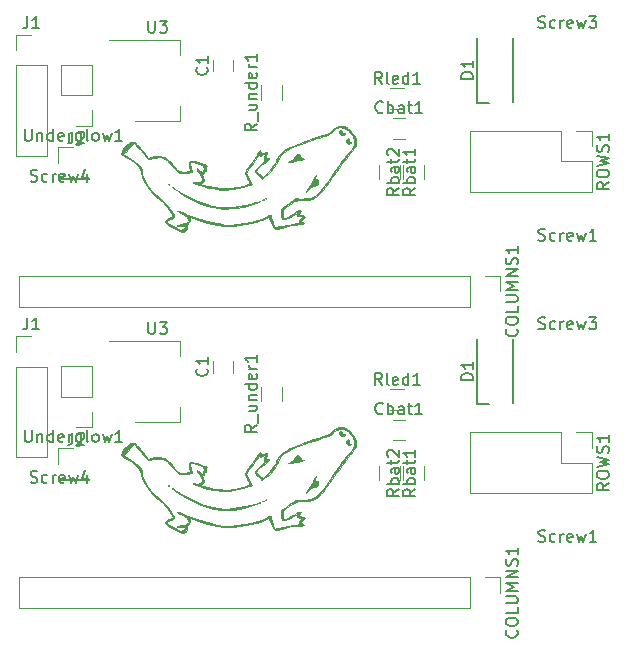
<source format=gto>
G04 #@! TF.FileFunction,Legend,Top*
%FSLAX46Y46*%
G04 Gerber Fmt 4.6, Leading zero omitted, Abs format (unit mm)*
G04 Created by KiCad (PCBNEW 4.0.7) date 07/17/18 15:17:27*
%MOMM*%
%LPD*%
G01*
G04 APERTURE LIST*
%ADD10C,0.100000*%
%ADD11C,0.010000*%
%ADD12C,0.120000*%
%ADD13C,0.150000*%
G04 APERTURE END LIST*
D10*
D11*
G36*
X22263922Y-48659944D02*
X22359012Y-48457670D01*
X22487737Y-48262256D01*
X22601810Y-48138859D01*
X22804721Y-47989747D01*
X23013992Y-47876047D01*
X23021014Y-47873171D01*
X23164175Y-47832000D01*
X23285350Y-47857452D01*
X23436483Y-47965938D01*
X23505828Y-48026348D01*
X23685457Y-48206323D01*
X23903221Y-48453395D01*
X24113757Y-48715945D01*
X24125341Y-48731293D01*
X24475050Y-49196526D01*
X24741396Y-49104372D01*
X25072219Y-49040709D01*
X25447726Y-49044871D01*
X25802793Y-49111928D01*
X26017289Y-49200983D01*
X26203194Y-49343288D01*
X26407158Y-49549855D01*
X26510413Y-49676753D01*
X26768126Y-50002439D01*
X26982894Y-50217636D01*
X27179037Y-50340475D01*
X27380870Y-50389088D01*
X27469462Y-50391797D01*
X27703605Y-50371164D01*
X27900858Y-50326296D01*
X27929765Y-50314960D01*
X28030432Y-50253133D01*
X28046817Y-50164158D01*
X27988090Y-49997146D01*
X27987340Y-49995356D01*
X27922360Y-49738487D01*
X27960403Y-49547608D01*
X28096086Y-49444395D01*
X28125849Y-49437578D01*
X28250266Y-49448759D01*
X28459122Y-49498406D01*
X28714561Y-49573863D01*
X28978729Y-49662476D01*
X29213771Y-49751592D01*
X29381834Y-49828555D01*
X29444917Y-49878522D01*
X29408776Y-49970667D01*
X29396566Y-49982996D01*
X29375890Y-50081952D01*
X29401415Y-50170716D01*
X29417247Y-50288635D01*
X29348429Y-50327368D01*
X29265668Y-50386989D01*
X29266509Y-50433926D01*
X29237708Y-50511884D01*
X29175895Y-50532216D01*
X29104603Y-50559777D01*
X29094597Y-50646441D01*
X29142895Y-50828260D01*
X29149643Y-50849412D01*
X29203845Y-51043292D01*
X29194815Y-51155895D01*
X29108771Y-51242409D01*
X29040023Y-51288323D01*
X28832423Y-51422140D01*
X29580776Y-51590430D01*
X30106343Y-51696441D01*
X30564242Y-51757383D01*
X31022285Y-51780261D01*
X31387902Y-51777160D01*
X31598725Y-51755675D01*
X31881540Y-51705920D01*
X32197862Y-51637284D01*
X32509207Y-51559151D01*
X32777085Y-51480909D01*
X32963011Y-51411943D01*
X33018638Y-51379447D01*
X33045047Y-51306735D01*
X33007221Y-51170833D01*
X32897140Y-50945702D01*
X32869027Y-50893684D01*
X32756981Y-50663167D01*
X32689742Y-50474146D01*
X32680801Y-50374532D01*
X32741954Y-50276235D01*
X32873798Y-50097271D01*
X33053520Y-49867982D01*
X33162171Y-49734259D01*
X33375705Y-49458848D01*
X33567280Y-49183638D01*
X33706163Y-48953820D01*
X33740490Y-48883787D01*
X33857237Y-48654483D01*
X33946315Y-48566996D01*
X34007411Y-48621532D01*
X34026194Y-48695291D01*
X34060638Y-48786601D01*
X34145348Y-48798297D01*
X34293836Y-48750433D01*
X34462745Y-48696494D01*
X34533041Y-48718517D01*
X34522769Y-48839076D01*
X34480502Y-48983959D01*
X34438465Y-49139134D01*
X34462121Y-49193763D01*
X34571953Y-49185225D01*
X34589151Y-49182215D01*
X34740391Y-49179669D01*
X34768451Y-49242263D01*
X34675717Y-49362343D01*
X34564998Y-49452427D01*
X34544721Y-49337431D01*
X34574155Y-49295395D01*
X34532119Y-49265962D01*
X34502686Y-49307997D01*
X34544721Y-49337431D01*
X34564998Y-49452427D01*
X34484442Y-49517971D01*
X34176872Y-49754409D01*
X33923016Y-49975595D01*
X33742621Y-50162313D01*
X33655436Y-50295348D01*
X33651030Y-50328927D01*
X33716942Y-50422738D01*
X33864060Y-50551254D01*
X33940492Y-50606213D01*
X34213682Y-50791212D01*
X34593683Y-50444857D01*
X34812721Y-50224037D01*
X35019001Y-49979652D01*
X35189701Y-49743239D01*
X35302002Y-49546334D01*
X35333479Y-49422515D01*
X35365581Y-49291225D01*
X35473472Y-49101719D01*
X35627860Y-48895906D01*
X35799456Y-48715694D01*
X35866174Y-48660300D01*
X36144994Y-48478704D01*
X36516715Y-48287010D01*
X36992889Y-48080288D01*
X37585069Y-47853605D01*
X38304807Y-47602030D01*
X38491935Y-47539353D01*
X38966896Y-47379888D01*
X39324734Y-47254839D01*
X39586705Y-47154831D01*
X39774065Y-47070488D01*
X39908070Y-46992434D01*
X40009977Y-46911293D01*
X40082899Y-46837616D01*
X40269126Y-46668473D01*
X40474487Y-46571250D01*
X40688389Y-46522399D01*
X40938943Y-46492529D01*
X41121535Y-46519344D01*
X41306224Y-46614616D01*
X41330416Y-46630265D01*
X41567819Y-46829768D01*
X41796446Y-47095255D01*
X41981692Y-47379613D01*
X42088952Y-47635727D01*
X42097126Y-47674129D01*
X42101394Y-47893274D01*
X42061911Y-48135779D01*
X42057149Y-48152817D01*
X41954016Y-48369603D01*
X41789278Y-48591598D01*
X41729814Y-48652681D01*
X41619357Y-48776834D01*
X41441190Y-49001293D01*
X41209782Y-49306730D01*
X40939600Y-49673813D01*
X40645113Y-50083211D01*
X40414592Y-50409846D01*
X40103294Y-50847513D01*
X39796948Y-51265164D01*
X39511879Y-51641521D01*
X39264414Y-51955295D01*
X39070880Y-52185206D01*
X38976471Y-52284628D01*
X38768091Y-52465248D01*
X38565521Y-52593147D01*
X38335385Y-52678832D01*
X38044308Y-52732809D01*
X37658914Y-52765586D01*
X37410148Y-52777739D01*
X37179132Y-52791742D01*
X37007010Y-52822774D01*
X36848595Y-52888967D01*
X36658693Y-53008451D01*
X36432505Y-53170006D01*
X36186256Y-53351868D01*
X36034160Y-53481876D01*
X35952582Y-53592983D01*
X35917883Y-53718139D01*
X35906428Y-53890296D01*
X35905917Y-53904107D01*
X35899337Y-54118491D01*
X35897279Y-54264567D01*
X35898472Y-54298439D01*
X35963380Y-54307433D01*
X36119995Y-54260465D01*
X36333336Y-54172397D01*
X36568421Y-54058094D01*
X36790269Y-53932417D01*
X36849632Y-53894307D01*
X37129498Y-53721702D01*
X37310235Y-53643941D01*
X37399935Y-53658030D01*
X37411767Y-53686474D01*
X37379331Y-53788353D01*
X37331983Y-53856274D01*
X37274828Y-53971881D01*
X37346837Y-54039680D01*
X37550660Y-54064946D01*
X37731518Y-54094611D01*
X37775364Y-54172013D01*
X37682151Y-54296865D01*
X37598668Y-54366026D01*
X37470335Y-54473291D01*
X37450878Y-54543102D01*
X37531307Y-54622709D01*
X37547445Y-54635320D01*
X37652801Y-54741173D01*
X37635927Y-54806708D01*
X37489782Y-54836570D01*
X37242231Y-54836799D01*
X36976474Y-54845897D01*
X36659574Y-54895831D01*
X36256191Y-54992791D01*
X36088371Y-55038889D01*
X35766818Y-55125087D01*
X35491238Y-55191115D01*
X35294870Y-55229484D01*
X35222650Y-55234780D01*
X35195553Y-55081103D01*
X36306554Y-54885203D01*
X36748005Y-54804363D01*
X37056004Y-54740502D01*
X37240906Y-54690969D01*
X37313070Y-54653110D01*
X37299620Y-54630872D01*
X37240159Y-54576403D01*
X37277179Y-54494650D01*
X37387832Y-54384597D01*
X37593977Y-54196755D01*
X37314826Y-54156208D01*
X37137669Y-54125050D01*
X37078114Y-54081587D01*
X37109909Y-53994198D01*
X37139320Y-53944811D01*
X37207025Y-53826329D01*
X37191137Y-53809913D01*
X37110390Y-53857930D01*
X36703911Y-54098472D01*
X36351957Y-54273272D01*
X36071610Y-54375415D01*
X35879954Y-54397991D01*
X35824264Y-54378384D01*
X35798620Y-54293608D01*
X35784269Y-54113969D01*
X35783059Y-54003345D01*
X35768527Y-53759920D01*
X35721308Y-53636969D01*
X35707600Y-53628155D01*
X35731933Y-53577755D01*
X35856713Y-53463901D01*
X36061565Y-53303561D01*
X36322015Y-53116537D01*
X37015381Y-52636366D01*
X37480151Y-52639935D01*
X37893793Y-52633200D01*
X38202213Y-52597253D01*
X38444372Y-52519524D01*
X38659235Y-52387441D01*
X38885762Y-52188436D01*
X38888858Y-52185447D01*
X39148661Y-51907456D01*
X39460021Y-51524600D01*
X39827261Y-51031076D01*
X40254708Y-50421082D01*
X40726917Y-49718702D01*
X40948041Y-49399661D01*
X41168205Y-49108191D01*
X41362492Y-48875720D01*
X41505993Y-48733674D01*
X41510585Y-48730118D01*
X41794700Y-48436801D01*
X41943231Y-48100855D01*
X41954550Y-47735536D01*
X41827028Y-47354093D01*
X41704464Y-47152575D01*
X41415869Y-46838407D01*
X41097896Y-46658154D01*
X40767174Y-46612905D01*
X40440338Y-46703749D01*
X40134017Y-46931775D01*
X40035474Y-47043265D01*
X39928121Y-47126640D01*
X39719728Y-47228098D01*
X39397903Y-47352806D01*
X38950254Y-47505925D01*
X38834137Y-47543780D01*
X38079912Y-47793171D01*
X37452578Y-48014070D01*
X36938456Y-48214137D01*
X36523867Y-48401028D01*
X36195133Y-48582398D01*
X35938574Y-48765904D01*
X35740513Y-48959204D01*
X35587269Y-49169954D01*
X35465164Y-49405811D01*
X35451521Y-49437175D01*
X35131424Y-50007532D01*
X34694399Y-50511255D01*
X34410060Y-50751171D01*
X34218187Y-50891354D01*
X34111873Y-50951998D01*
X34062717Y-50943456D01*
X34043785Y-50884664D01*
X33979907Y-50793478D01*
X33836061Y-50662611D01*
X33756157Y-50601527D01*
X33605822Y-50477831D01*
X33537756Y-50365150D01*
X33559113Y-50240557D01*
X33677049Y-50081120D01*
X33898715Y-49863908D01*
X34020822Y-49753204D01*
X34210693Y-49570758D01*
X34329302Y-49431763D01*
X34358942Y-49357877D01*
X34348967Y-49351820D01*
X34290411Y-49309837D01*
X34300064Y-49193084D01*
X34331745Y-49089344D01*
X34374610Y-48922332D01*
X34340992Y-48866354D01*
X34215346Y-48912374D01*
X34120365Y-48966497D01*
X33988952Y-49023406D01*
X33918834Y-48979723D01*
X33903994Y-48949381D01*
X33861335Y-48890343D01*
X33818570Y-48953362D01*
X33793287Y-49027783D01*
X33722353Y-49165630D01*
X33580499Y-49379898D01*
X33391107Y-49636671D01*
X33255185Y-49808338D01*
X33058407Y-50061519D01*
X32904895Y-50281336D01*
X32813499Y-50439407D01*
X32796657Y-50498604D01*
X32843176Y-50612276D01*
X32945644Y-50802806D01*
X33060446Y-50994193D01*
X33305772Y-51385068D01*
X33160925Y-51459551D01*
X33036205Y-51503529D01*
X32802488Y-51568782D01*
X32492795Y-51646629D01*
X32140147Y-51728391D01*
X32126998Y-51731314D01*
X31713789Y-51818469D01*
X31394439Y-51871993D01*
X31122801Y-51896514D01*
X30852723Y-51896659D01*
X30615146Y-51882954D01*
X30321393Y-51848538D01*
X29968453Y-51787606D01*
X29586970Y-51707796D01*
X29207593Y-51616751D01*
X28860965Y-51522110D01*
X28577733Y-51431516D01*
X28388543Y-51352608D01*
X28332780Y-51313899D01*
X28306250Y-51257623D01*
X28399175Y-51266156D01*
X28406661Y-51267994D01*
X28649075Y-51281226D01*
X28883212Y-51220442D01*
X29044231Y-51102761D01*
X29046972Y-51098933D01*
X29087060Y-51017506D01*
X29077165Y-50924067D01*
X29005132Y-50783407D01*
X28863212Y-50566823D01*
X28735044Y-50361591D01*
X28653529Y-50200383D01*
X28623785Y-50102937D01*
X28650930Y-50088994D01*
X28740082Y-50178293D01*
X28773250Y-50219826D01*
X28898024Y-50347266D01*
X29021970Y-50427029D01*
X29113041Y-50448366D01*
X29139188Y-50400520D01*
X29109495Y-50332653D01*
X29104668Y-50238615D01*
X29157614Y-50213632D01*
X29225549Y-50155352D01*
X29198297Y-50047553D01*
X29170489Y-49941771D01*
X29222563Y-49937087D01*
X29301673Y-49949085D01*
X29307823Y-49936868D01*
X29237075Y-49882171D01*
X29065373Y-49805614D01*
X28832662Y-49720167D01*
X28578888Y-49638800D01*
X28343998Y-49574485D01*
X28167939Y-49540193D01*
X28095873Y-49543337D01*
X28044502Y-49606533D01*
X28044144Y-49727558D01*
X28096127Y-49941311D01*
X28113279Y-49999448D01*
X28231901Y-50394757D01*
X27720969Y-50455374D01*
X27424835Y-50480535D01*
X27202109Y-50462333D01*
X27017171Y-50382937D01*
X26834404Y-50224513D01*
X26618193Y-49969229D01*
X26533551Y-49860842D01*
X26300664Y-49593464D01*
X26061177Y-49374303D01*
X25893560Y-49261230D01*
X25729848Y-49186509D01*
X25577898Y-49152129D01*
X25391105Y-49155405D01*
X25122867Y-49193654D01*
X25022263Y-49211069D01*
X24444734Y-49312903D01*
X24064216Y-48826565D01*
X23858410Y-48571042D01*
X23657464Y-48334117D01*
X23498884Y-48159764D01*
X23474722Y-48135457D01*
X23265748Y-47930687D01*
X23002039Y-48276463D01*
X22828569Y-48486491D01*
X22660873Y-48661494D01*
X22571329Y-48736998D01*
X22404329Y-48851755D01*
X23024519Y-49263398D01*
X23385628Y-49509237D01*
X23640156Y-49702621D01*
X23806572Y-49864772D01*
X23903348Y-50016909D01*
X23948954Y-50180256D01*
X23961179Y-50339538D01*
X23989163Y-50572137D01*
X24071999Y-50816949D01*
X24226744Y-51123612D01*
X24236807Y-51141698D01*
X24484862Y-51549572D01*
X24749054Y-51898525D01*
X25064286Y-52228526D01*
X25465457Y-52579545D01*
X25558103Y-52655005D01*
X26016560Y-53070502D01*
X26381577Y-53496213D01*
X26633526Y-53908310D01*
X26681650Y-54019320D01*
X26723551Y-54144730D01*
X26706871Y-54222394D01*
X26605133Y-54284118D01*
X26398591Y-54359379D01*
X26191134Y-54445593D01*
X26052446Y-54530641D01*
X26019304Y-54574138D01*
X26074256Y-54642576D01*
X26232690Y-54755459D01*
X26467176Y-54894549D01*
X26638485Y-54985829D01*
X26981884Y-55160662D01*
X27214572Y-55275331D01*
X27354559Y-55336735D01*
X27419854Y-55351771D01*
X27428463Y-55327341D01*
X27403629Y-55278966D01*
X27386650Y-55200186D01*
X27453980Y-55196737D01*
X27552474Y-55157564D01*
X27579424Y-55064917D01*
X27571731Y-54971838D01*
X27503841Y-54939510D01*
X27339664Y-54955952D01*
X27281243Y-54965945D01*
X27078736Y-54986072D01*
X26938886Y-54971590D01*
X26913769Y-54957049D01*
X26944622Y-54908718D01*
X27106045Y-54855076D01*
X27294727Y-54816185D01*
X27628921Y-54741548D01*
X27833429Y-54652473D01*
X27923680Y-54537411D01*
X27915101Y-54384813D01*
X27906369Y-54358322D01*
X27800601Y-54183362D01*
X27685998Y-54083975D01*
X27527028Y-53998107D01*
X27311891Y-53883466D01*
X27235447Y-53843035D01*
X27033145Y-53728533D01*
X26954015Y-53666303D01*
X26986559Y-53654470D01*
X27119282Y-53691164D01*
X27340688Y-53774512D01*
X27639281Y-53902642D01*
X27660647Y-53912277D01*
X28122739Y-54101762D01*
X28661033Y-54291111D01*
X29236768Y-54469340D01*
X29811184Y-54625461D01*
X30345520Y-54748490D01*
X30801018Y-54827438D01*
X30946789Y-54843721D01*
X31438807Y-54853019D01*
X32009917Y-54808515D01*
X32623286Y-54717974D01*
X33242079Y-54589152D01*
X33829463Y-54429811D01*
X34348604Y-54247714D01*
X34762668Y-54050618D01*
X34791390Y-54033691D01*
X34872774Y-54013270D01*
X34883051Y-54111720D01*
X34883041Y-54111809D01*
X34900223Y-54253935D01*
X34961525Y-54474778D01*
X35031129Y-54667950D01*
X35195553Y-55081103D01*
X35222650Y-55234780D01*
X35216954Y-55235197D01*
X35140446Y-55157975D01*
X35040961Y-54968089D01*
X34932908Y-54693123D01*
X34931310Y-54688535D01*
X34831489Y-54418266D01*
X34756639Y-54265402D01*
X34692905Y-54207494D01*
X34639089Y-54215183D01*
X34509459Y-54278374D01*
X34311364Y-54374750D01*
X34224482Y-54416980D01*
X34005401Y-54496701D01*
X33655530Y-54588738D01*
X33188391Y-54689867D01*
X32668669Y-54787812D01*
X32175000Y-54872721D01*
X31794217Y-54930157D01*
X31497251Y-54962920D01*
X31255038Y-54973802D01*
X31038508Y-54965599D01*
X30929579Y-54955079D01*
X30422279Y-54877578D01*
X29842365Y-54756460D01*
X29250247Y-54606174D01*
X28706332Y-54441170D01*
X28542683Y-54384127D01*
X28002463Y-54187874D01*
X28020416Y-54418045D01*
X27986895Y-54639529D01*
X27890642Y-54746700D01*
X27784653Y-54847732D01*
X27762793Y-54916625D01*
X27761201Y-55131387D01*
X27671087Y-55343576D01*
X27613144Y-55410499D01*
X27517807Y-55469346D01*
X27398517Y-55465749D01*
X27209752Y-55395527D01*
X27147849Y-55367747D01*
X26654123Y-55132538D01*
X26293258Y-54935365D01*
X26059997Y-54769654D01*
X25949083Y-54628833D01*
X25955260Y-54506331D01*
X26073271Y-54395574D01*
X26288643Y-54293521D01*
X26640861Y-54157724D01*
X26507828Y-53919234D01*
X26124065Y-53357585D01*
X25632568Y-52867208D01*
X25502789Y-52762263D01*
X24982392Y-52304156D01*
X24540215Y-51809287D01*
X24191992Y-51299878D01*
X23953467Y-50798156D01*
X23855265Y-50435832D01*
X23802102Y-50172976D01*
X23734762Y-49999726D01*
X23624865Y-49861238D01*
X23500009Y-49749358D01*
X23288348Y-49586744D01*
X23014309Y-49396858D01*
X22771248Y-49241891D01*
X22539565Y-49101226D01*
X22353573Y-48987787D01*
X22251143Y-48924676D01*
X22247967Y-48922668D01*
X22220797Y-48828477D01*
X22263922Y-48659944D01*
X22263922Y-48659944D01*
G37*
X22263922Y-48659944D02*
X22359012Y-48457670D01*
X22487737Y-48262256D01*
X22601810Y-48138859D01*
X22804721Y-47989747D01*
X23013992Y-47876047D01*
X23021014Y-47873171D01*
X23164175Y-47832000D01*
X23285350Y-47857452D01*
X23436483Y-47965938D01*
X23505828Y-48026348D01*
X23685457Y-48206323D01*
X23903221Y-48453395D01*
X24113757Y-48715945D01*
X24125341Y-48731293D01*
X24475050Y-49196526D01*
X24741396Y-49104372D01*
X25072219Y-49040709D01*
X25447726Y-49044871D01*
X25802793Y-49111928D01*
X26017289Y-49200983D01*
X26203194Y-49343288D01*
X26407158Y-49549855D01*
X26510413Y-49676753D01*
X26768126Y-50002439D01*
X26982894Y-50217636D01*
X27179037Y-50340475D01*
X27380870Y-50389088D01*
X27469462Y-50391797D01*
X27703605Y-50371164D01*
X27900858Y-50326296D01*
X27929765Y-50314960D01*
X28030432Y-50253133D01*
X28046817Y-50164158D01*
X27988090Y-49997146D01*
X27987340Y-49995356D01*
X27922360Y-49738487D01*
X27960403Y-49547608D01*
X28096086Y-49444395D01*
X28125849Y-49437578D01*
X28250266Y-49448759D01*
X28459122Y-49498406D01*
X28714561Y-49573863D01*
X28978729Y-49662476D01*
X29213771Y-49751592D01*
X29381834Y-49828555D01*
X29444917Y-49878522D01*
X29408776Y-49970667D01*
X29396566Y-49982996D01*
X29375890Y-50081952D01*
X29401415Y-50170716D01*
X29417247Y-50288635D01*
X29348429Y-50327368D01*
X29265668Y-50386989D01*
X29266509Y-50433926D01*
X29237708Y-50511884D01*
X29175895Y-50532216D01*
X29104603Y-50559777D01*
X29094597Y-50646441D01*
X29142895Y-50828260D01*
X29149643Y-50849412D01*
X29203845Y-51043292D01*
X29194815Y-51155895D01*
X29108771Y-51242409D01*
X29040023Y-51288323D01*
X28832423Y-51422140D01*
X29580776Y-51590430D01*
X30106343Y-51696441D01*
X30564242Y-51757383D01*
X31022285Y-51780261D01*
X31387902Y-51777160D01*
X31598725Y-51755675D01*
X31881540Y-51705920D01*
X32197862Y-51637284D01*
X32509207Y-51559151D01*
X32777085Y-51480909D01*
X32963011Y-51411943D01*
X33018638Y-51379447D01*
X33045047Y-51306735D01*
X33007221Y-51170833D01*
X32897140Y-50945702D01*
X32869027Y-50893684D01*
X32756981Y-50663167D01*
X32689742Y-50474146D01*
X32680801Y-50374532D01*
X32741954Y-50276235D01*
X32873798Y-50097271D01*
X33053520Y-49867982D01*
X33162171Y-49734259D01*
X33375705Y-49458848D01*
X33567280Y-49183638D01*
X33706163Y-48953820D01*
X33740490Y-48883787D01*
X33857237Y-48654483D01*
X33946315Y-48566996D01*
X34007411Y-48621532D01*
X34026194Y-48695291D01*
X34060638Y-48786601D01*
X34145348Y-48798297D01*
X34293836Y-48750433D01*
X34462745Y-48696494D01*
X34533041Y-48718517D01*
X34522769Y-48839076D01*
X34480502Y-48983959D01*
X34438465Y-49139134D01*
X34462121Y-49193763D01*
X34571953Y-49185225D01*
X34589151Y-49182215D01*
X34740391Y-49179669D01*
X34768451Y-49242263D01*
X34675717Y-49362343D01*
X34564998Y-49452427D01*
X34544721Y-49337431D01*
X34574155Y-49295395D01*
X34532119Y-49265962D01*
X34502686Y-49307997D01*
X34544721Y-49337431D01*
X34564998Y-49452427D01*
X34484442Y-49517971D01*
X34176872Y-49754409D01*
X33923016Y-49975595D01*
X33742621Y-50162313D01*
X33655436Y-50295348D01*
X33651030Y-50328927D01*
X33716942Y-50422738D01*
X33864060Y-50551254D01*
X33940492Y-50606213D01*
X34213682Y-50791212D01*
X34593683Y-50444857D01*
X34812721Y-50224037D01*
X35019001Y-49979652D01*
X35189701Y-49743239D01*
X35302002Y-49546334D01*
X35333479Y-49422515D01*
X35365581Y-49291225D01*
X35473472Y-49101719D01*
X35627860Y-48895906D01*
X35799456Y-48715694D01*
X35866174Y-48660300D01*
X36144994Y-48478704D01*
X36516715Y-48287010D01*
X36992889Y-48080288D01*
X37585069Y-47853605D01*
X38304807Y-47602030D01*
X38491935Y-47539353D01*
X38966896Y-47379888D01*
X39324734Y-47254839D01*
X39586705Y-47154831D01*
X39774065Y-47070488D01*
X39908070Y-46992434D01*
X40009977Y-46911293D01*
X40082899Y-46837616D01*
X40269126Y-46668473D01*
X40474487Y-46571250D01*
X40688389Y-46522399D01*
X40938943Y-46492529D01*
X41121535Y-46519344D01*
X41306224Y-46614616D01*
X41330416Y-46630265D01*
X41567819Y-46829768D01*
X41796446Y-47095255D01*
X41981692Y-47379613D01*
X42088952Y-47635727D01*
X42097126Y-47674129D01*
X42101394Y-47893274D01*
X42061911Y-48135779D01*
X42057149Y-48152817D01*
X41954016Y-48369603D01*
X41789278Y-48591598D01*
X41729814Y-48652681D01*
X41619357Y-48776834D01*
X41441190Y-49001293D01*
X41209782Y-49306730D01*
X40939600Y-49673813D01*
X40645113Y-50083211D01*
X40414592Y-50409846D01*
X40103294Y-50847513D01*
X39796948Y-51265164D01*
X39511879Y-51641521D01*
X39264414Y-51955295D01*
X39070880Y-52185206D01*
X38976471Y-52284628D01*
X38768091Y-52465248D01*
X38565521Y-52593147D01*
X38335385Y-52678832D01*
X38044308Y-52732809D01*
X37658914Y-52765586D01*
X37410148Y-52777739D01*
X37179132Y-52791742D01*
X37007010Y-52822774D01*
X36848595Y-52888967D01*
X36658693Y-53008451D01*
X36432505Y-53170006D01*
X36186256Y-53351868D01*
X36034160Y-53481876D01*
X35952582Y-53592983D01*
X35917883Y-53718139D01*
X35906428Y-53890296D01*
X35905917Y-53904107D01*
X35899337Y-54118491D01*
X35897279Y-54264567D01*
X35898472Y-54298439D01*
X35963380Y-54307433D01*
X36119995Y-54260465D01*
X36333336Y-54172397D01*
X36568421Y-54058094D01*
X36790269Y-53932417D01*
X36849632Y-53894307D01*
X37129498Y-53721702D01*
X37310235Y-53643941D01*
X37399935Y-53658030D01*
X37411767Y-53686474D01*
X37379331Y-53788353D01*
X37331983Y-53856274D01*
X37274828Y-53971881D01*
X37346837Y-54039680D01*
X37550660Y-54064946D01*
X37731518Y-54094611D01*
X37775364Y-54172013D01*
X37682151Y-54296865D01*
X37598668Y-54366026D01*
X37470335Y-54473291D01*
X37450878Y-54543102D01*
X37531307Y-54622709D01*
X37547445Y-54635320D01*
X37652801Y-54741173D01*
X37635927Y-54806708D01*
X37489782Y-54836570D01*
X37242231Y-54836799D01*
X36976474Y-54845897D01*
X36659574Y-54895831D01*
X36256191Y-54992791D01*
X36088371Y-55038889D01*
X35766818Y-55125087D01*
X35491238Y-55191115D01*
X35294870Y-55229484D01*
X35222650Y-55234780D01*
X35195553Y-55081103D01*
X36306554Y-54885203D01*
X36748005Y-54804363D01*
X37056004Y-54740502D01*
X37240906Y-54690969D01*
X37313070Y-54653110D01*
X37299620Y-54630872D01*
X37240159Y-54576403D01*
X37277179Y-54494650D01*
X37387832Y-54384597D01*
X37593977Y-54196755D01*
X37314826Y-54156208D01*
X37137669Y-54125050D01*
X37078114Y-54081587D01*
X37109909Y-53994198D01*
X37139320Y-53944811D01*
X37207025Y-53826329D01*
X37191137Y-53809913D01*
X37110390Y-53857930D01*
X36703911Y-54098472D01*
X36351957Y-54273272D01*
X36071610Y-54375415D01*
X35879954Y-54397991D01*
X35824264Y-54378384D01*
X35798620Y-54293608D01*
X35784269Y-54113969D01*
X35783059Y-54003345D01*
X35768527Y-53759920D01*
X35721308Y-53636969D01*
X35707600Y-53628155D01*
X35731933Y-53577755D01*
X35856713Y-53463901D01*
X36061565Y-53303561D01*
X36322015Y-53116537D01*
X37015381Y-52636366D01*
X37480151Y-52639935D01*
X37893793Y-52633200D01*
X38202213Y-52597253D01*
X38444372Y-52519524D01*
X38659235Y-52387441D01*
X38885762Y-52188436D01*
X38888858Y-52185447D01*
X39148661Y-51907456D01*
X39460021Y-51524600D01*
X39827261Y-51031076D01*
X40254708Y-50421082D01*
X40726917Y-49718702D01*
X40948041Y-49399661D01*
X41168205Y-49108191D01*
X41362492Y-48875720D01*
X41505993Y-48733674D01*
X41510585Y-48730118D01*
X41794700Y-48436801D01*
X41943231Y-48100855D01*
X41954550Y-47735536D01*
X41827028Y-47354093D01*
X41704464Y-47152575D01*
X41415869Y-46838407D01*
X41097896Y-46658154D01*
X40767174Y-46612905D01*
X40440338Y-46703749D01*
X40134017Y-46931775D01*
X40035474Y-47043265D01*
X39928121Y-47126640D01*
X39719728Y-47228098D01*
X39397903Y-47352806D01*
X38950254Y-47505925D01*
X38834137Y-47543780D01*
X38079912Y-47793171D01*
X37452578Y-48014070D01*
X36938456Y-48214137D01*
X36523867Y-48401028D01*
X36195133Y-48582398D01*
X35938574Y-48765904D01*
X35740513Y-48959204D01*
X35587269Y-49169954D01*
X35465164Y-49405811D01*
X35451521Y-49437175D01*
X35131424Y-50007532D01*
X34694399Y-50511255D01*
X34410060Y-50751171D01*
X34218187Y-50891354D01*
X34111873Y-50951998D01*
X34062717Y-50943456D01*
X34043785Y-50884664D01*
X33979907Y-50793478D01*
X33836061Y-50662611D01*
X33756157Y-50601527D01*
X33605822Y-50477831D01*
X33537756Y-50365150D01*
X33559113Y-50240557D01*
X33677049Y-50081120D01*
X33898715Y-49863908D01*
X34020822Y-49753204D01*
X34210693Y-49570758D01*
X34329302Y-49431763D01*
X34358942Y-49357877D01*
X34348967Y-49351820D01*
X34290411Y-49309837D01*
X34300064Y-49193084D01*
X34331745Y-49089344D01*
X34374610Y-48922332D01*
X34340992Y-48866354D01*
X34215346Y-48912374D01*
X34120365Y-48966497D01*
X33988952Y-49023406D01*
X33918834Y-48979723D01*
X33903994Y-48949381D01*
X33861335Y-48890343D01*
X33818570Y-48953362D01*
X33793287Y-49027783D01*
X33722353Y-49165630D01*
X33580499Y-49379898D01*
X33391107Y-49636671D01*
X33255185Y-49808338D01*
X33058407Y-50061519D01*
X32904895Y-50281336D01*
X32813499Y-50439407D01*
X32796657Y-50498604D01*
X32843176Y-50612276D01*
X32945644Y-50802806D01*
X33060446Y-50994193D01*
X33305772Y-51385068D01*
X33160925Y-51459551D01*
X33036205Y-51503529D01*
X32802488Y-51568782D01*
X32492795Y-51646629D01*
X32140147Y-51728391D01*
X32126998Y-51731314D01*
X31713789Y-51818469D01*
X31394439Y-51871993D01*
X31122801Y-51896514D01*
X30852723Y-51896659D01*
X30615146Y-51882954D01*
X30321393Y-51848538D01*
X29968453Y-51787606D01*
X29586970Y-51707796D01*
X29207593Y-51616751D01*
X28860965Y-51522110D01*
X28577733Y-51431516D01*
X28388543Y-51352608D01*
X28332780Y-51313899D01*
X28306250Y-51257623D01*
X28399175Y-51266156D01*
X28406661Y-51267994D01*
X28649075Y-51281226D01*
X28883212Y-51220442D01*
X29044231Y-51102761D01*
X29046972Y-51098933D01*
X29087060Y-51017506D01*
X29077165Y-50924067D01*
X29005132Y-50783407D01*
X28863212Y-50566823D01*
X28735044Y-50361591D01*
X28653529Y-50200383D01*
X28623785Y-50102937D01*
X28650930Y-50088994D01*
X28740082Y-50178293D01*
X28773250Y-50219826D01*
X28898024Y-50347266D01*
X29021970Y-50427029D01*
X29113041Y-50448366D01*
X29139188Y-50400520D01*
X29109495Y-50332653D01*
X29104668Y-50238615D01*
X29157614Y-50213632D01*
X29225549Y-50155352D01*
X29198297Y-50047553D01*
X29170489Y-49941771D01*
X29222563Y-49937087D01*
X29301673Y-49949085D01*
X29307823Y-49936868D01*
X29237075Y-49882171D01*
X29065373Y-49805614D01*
X28832662Y-49720167D01*
X28578888Y-49638800D01*
X28343998Y-49574485D01*
X28167939Y-49540193D01*
X28095873Y-49543337D01*
X28044502Y-49606533D01*
X28044144Y-49727558D01*
X28096127Y-49941311D01*
X28113279Y-49999448D01*
X28231901Y-50394757D01*
X27720969Y-50455374D01*
X27424835Y-50480535D01*
X27202109Y-50462333D01*
X27017171Y-50382937D01*
X26834404Y-50224513D01*
X26618193Y-49969229D01*
X26533551Y-49860842D01*
X26300664Y-49593464D01*
X26061177Y-49374303D01*
X25893560Y-49261230D01*
X25729848Y-49186509D01*
X25577898Y-49152129D01*
X25391105Y-49155405D01*
X25122867Y-49193654D01*
X25022263Y-49211069D01*
X24444734Y-49312903D01*
X24064216Y-48826565D01*
X23858410Y-48571042D01*
X23657464Y-48334117D01*
X23498884Y-48159764D01*
X23474722Y-48135457D01*
X23265748Y-47930687D01*
X23002039Y-48276463D01*
X22828569Y-48486491D01*
X22660873Y-48661494D01*
X22571329Y-48736998D01*
X22404329Y-48851755D01*
X23024519Y-49263398D01*
X23385628Y-49509237D01*
X23640156Y-49702621D01*
X23806572Y-49864772D01*
X23903348Y-50016909D01*
X23948954Y-50180256D01*
X23961179Y-50339538D01*
X23989163Y-50572137D01*
X24071999Y-50816949D01*
X24226744Y-51123612D01*
X24236807Y-51141698D01*
X24484862Y-51549572D01*
X24749054Y-51898525D01*
X25064286Y-52228526D01*
X25465457Y-52579545D01*
X25558103Y-52655005D01*
X26016560Y-53070502D01*
X26381577Y-53496213D01*
X26633526Y-53908310D01*
X26681650Y-54019320D01*
X26723551Y-54144730D01*
X26706871Y-54222394D01*
X26605133Y-54284118D01*
X26398591Y-54359379D01*
X26191134Y-54445593D01*
X26052446Y-54530641D01*
X26019304Y-54574138D01*
X26074256Y-54642576D01*
X26232690Y-54755459D01*
X26467176Y-54894549D01*
X26638485Y-54985829D01*
X26981884Y-55160662D01*
X27214572Y-55275331D01*
X27354559Y-55336735D01*
X27419854Y-55351771D01*
X27428463Y-55327341D01*
X27403629Y-55278966D01*
X27386650Y-55200186D01*
X27453980Y-55196737D01*
X27552474Y-55157564D01*
X27579424Y-55064917D01*
X27571731Y-54971838D01*
X27503841Y-54939510D01*
X27339664Y-54955952D01*
X27281243Y-54965945D01*
X27078736Y-54986072D01*
X26938886Y-54971590D01*
X26913769Y-54957049D01*
X26944622Y-54908718D01*
X27106045Y-54855076D01*
X27294727Y-54816185D01*
X27628921Y-54741548D01*
X27833429Y-54652473D01*
X27923680Y-54537411D01*
X27915101Y-54384813D01*
X27906369Y-54358322D01*
X27800601Y-54183362D01*
X27685998Y-54083975D01*
X27527028Y-53998107D01*
X27311891Y-53883466D01*
X27235447Y-53843035D01*
X27033145Y-53728533D01*
X26954015Y-53666303D01*
X26986559Y-53654470D01*
X27119282Y-53691164D01*
X27340688Y-53774512D01*
X27639281Y-53902642D01*
X27660647Y-53912277D01*
X28122739Y-54101762D01*
X28661033Y-54291111D01*
X29236768Y-54469340D01*
X29811184Y-54625461D01*
X30345520Y-54748490D01*
X30801018Y-54827438D01*
X30946789Y-54843721D01*
X31438807Y-54853019D01*
X32009917Y-54808515D01*
X32623286Y-54717974D01*
X33242079Y-54589152D01*
X33829463Y-54429811D01*
X34348604Y-54247714D01*
X34762668Y-54050618D01*
X34791390Y-54033691D01*
X34872774Y-54013270D01*
X34883051Y-54111720D01*
X34883041Y-54111809D01*
X34900223Y-54253935D01*
X34961525Y-54474778D01*
X35031129Y-54667950D01*
X35195553Y-55081103D01*
X35222650Y-55234780D01*
X35216954Y-55235197D01*
X35140446Y-55157975D01*
X35040961Y-54968089D01*
X34932908Y-54693123D01*
X34931310Y-54688535D01*
X34831489Y-54418266D01*
X34756639Y-54265402D01*
X34692905Y-54207494D01*
X34639089Y-54215183D01*
X34509459Y-54278374D01*
X34311364Y-54374750D01*
X34224482Y-54416980D01*
X34005401Y-54496701D01*
X33655530Y-54588738D01*
X33188391Y-54689867D01*
X32668669Y-54787812D01*
X32175000Y-54872721D01*
X31794217Y-54930157D01*
X31497251Y-54962920D01*
X31255038Y-54973802D01*
X31038508Y-54965599D01*
X30929579Y-54955079D01*
X30422279Y-54877578D01*
X29842365Y-54756460D01*
X29250247Y-54606174D01*
X28706332Y-54441170D01*
X28542683Y-54384127D01*
X28002463Y-54187874D01*
X28020416Y-54418045D01*
X27986895Y-54639529D01*
X27890642Y-54746700D01*
X27784653Y-54847732D01*
X27762793Y-54916625D01*
X27761201Y-55131387D01*
X27671087Y-55343576D01*
X27613144Y-55410499D01*
X27517807Y-55469346D01*
X27398517Y-55465749D01*
X27209752Y-55395527D01*
X27147849Y-55367747D01*
X26654123Y-55132538D01*
X26293258Y-54935365D01*
X26059997Y-54769654D01*
X25949083Y-54628833D01*
X25955260Y-54506331D01*
X26073271Y-54395574D01*
X26288643Y-54293521D01*
X26640861Y-54157724D01*
X26507828Y-53919234D01*
X26124065Y-53357585D01*
X25632568Y-52867208D01*
X25502789Y-52762263D01*
X24982392Y-52304156D01*
X24540215Y-51809287D01*
X24191992Y-51299878D01*
X23953467Y-50798156D01*
X23855265Y-50435832D01*
X23802102Y-50172976D01*
X23734762Y-49999726D01*
X23624865Y-49861238D01*
X23500009Y-49749358D01*
X23288348Y-49586744D01*
X23014309Y-49396858D01*
X22771248Y-49241891D01*
X22539565Y-49101226D01*
X22353573Y-48987787D01*
X22251143Y-48924676D01*
X22247967Y-48922668D01*
X22220797Y-48828477D01*
X22263922Y-48659944D01*
G36*
X41271617Y-47709150D02*
X41347396Y-47584765D01*
X41430613Y-47486393D01*
X41461242Y-47503181D01*
X41462928Y-47649856D01*
X41462774Y-47656625D01*
X41476773Y-47819448D01*
X41544785Y-47881245D01*
X41594952Y-47886901D01*
X41692861Y-47895639D01*
X41658872Y-47934491D01*
X41607488Y-47966564D01*
X41448435Y-47997751D01*
X41303285Y-47932962D01*
X41242234Y-47827267D01*
X41271617Y-47709150D01*
X41271617Y-47709150D01*
G37*
X41271617Y-47709150D02*
X41347396Y-47584765D01*
X41430613Y-47486393D01*
X41461242Y-47503181D01*
X41462928Y-47649856D01*
X41462774Y-47656625D01*
X41476773Y-47819448D01*
X41544785Y-47881245D01*
X41594952Y-47886901D01*
X41692861Y-47895639D01*
X41658872Y-47934491D01*
X41607488Y-47966564D01*
X41448435Y-47997751D01*
X41303285Y-47932962D01*
X41242234Y-47827267D01*
X41271617Y-47709150D01*
G36*
X40692931Y-46973084D02*
X40753598Y-46858366D01*
X40837314Y-46836691D01*
X40889906Y-46911746D01*
X40891101Y-46959602D01*
X40922068Y-47073105D01*
X41040135Y-47099128D01*
X41147316Y-47119000D01*
X41155865Y-47158458D01*
X41026367Y-47241649D01*
X40869976Y-47229175D01*
X40739917Y-47142349D01*
X40689418Y-47002485D01*
X40692931Y-46973084D01*
X40692931Y-46973084D01*
G37*
X40692931Y-46973084D02*
X40753598Y-46858366D01*
X40837314Y-46836691D01*
X40889906Y-46911746D01*
X40891101Y-46959602D01*
X40922068Y-47073105D01*
X41040135Y-47099128D01*
X41147316Y-47119000D01*
X41155865Y-47158458D01*
X41026367Y-47241649D01*
X40869976Y-47229175D01*
X40739917Y-47142349D01*
X40689418Y-47002485D01*
X40692931Y-46973084D01*
G36*
X37929981Y-51887428D02*
X38079924Y-51660632D01*
X38094104Y-51640795D01*
X38277760Y-51375635D01*
X38449620Y-51111640D01*
X38568840Y-50912290D01*
X38725439Y-50626759D01*
X38653277Y-50875319D01*
X38600526Y-51075554D01*
X38596491Y-51170591D01*
X38642951Y-51192573D01*
X38670654Y-51189102D01*
X38705618Y-51137791D01*
X38689568Y-51112075D01*
X38694982Y-51048034D01*
X38744218Y-51028748D01*
X38838850Y-51069725D01*
X38887430Y-51195521D01*
X38879015Y-51350123D01*
X38827119Y-51453196D01*
X38757228Y-51495788D01*
X38739976Y-51397951D01*
X38769410Y-51355915D01*
X38727374Y-51326481D01*
X38697940Y-51368517D01*
X38739976Y-51397951D01*
X38757228Y-51495788D01*
X38692821Y-51535040D01*
X38646266Y-51545552D01*
X38633178Y-51471326D01*
X38589693Y-51425011D01*
X38578799Y-51417227D01*
X38475140Y-51377297D01*
X38442041Y-51391025D01*
X38472864Y-51440407D01*
X38545845Y-51464289D01*
X38633178Y-51471326D01*
X38646266Y-51545552D01*
X38528209Y-51572209D01*
X38307981Y-51648454D01*
X38120801Y-51822331D01*
X37957153Y-52002433D01*
X37869917Y-52067322D01*
X37860419Y-52025989D01*
X37929981Y-51887428D01*
X37929981Y-51887428D01*
G37*
X37929981Y-51887428D02*
X38079924Y-51660632D01*
X38094104Y-51640795D01*
X38277760Y-51375635D01*
X38449620Y-51111640D01*
X38568840Y-50912290D01*
X38725439Y-50626759D01*
X38653277Y-50875319D01*
X38600526Y-51075554D01*
X38596491Y-51170591D01*
X38642951Y-51192573D01*
X38670654Y-51189102D01*
X38705618Y-51137791D01*
X38689568Y-51112075D01*
X38694982Y-51048034D01*
X38744218Y-51028748D01*
X38838850Y-51069725D01*
X38887430Y-51195521D01*
X38879015Y-51350123D01*
X38827119Y-51453196D01*
X38757228Y-51495788D01*
X38739976Y-51397951D01*
X38769410Y-51355915D01*
X38727374Y-51326481D01*
X38697940Y-51368517D01*
X38739976Y-51397951D01*
X38757228Y-51495788D01*
X38692821Y-51535040D01*
X38646266Y-51545552D01*
X38633178Y-51471326D01*
X38589693Y-51425011D01*
X38578799Y-51417227D01*
X38475140Y-51377297D01*
X38442041Y-51391025D01*
X38472864Y-51440407D01*
X38545845Y-51464289D01*
X38633178Y-51471326D01*
X38646266Y-51545552D01*
X38528209Y-51572209D01*
X38307981Y-51648454D01*
X38120801Y-51822331D01*
X37957153Y-52002433D01*
X37869917Y-52067322D01*
X37860419Y-52025989D01*
X37929981Y-51887428D01*
G36*
X36327159Y-49551988D02*
X36434635Y-49503919D01*
X36469142Y-49489869D01*
X36656582Y-49402311D01*
X36769541Y-49326448D01*
X36785420Y-49298440D01*
X36820367Y-49182721D01*
X36922459Y-49036213D01*
X37044928Y-48918076D01*
X37112497Y-48884663D01*
X37265002Y-48911547D01*
X37397090Y-49012071D01*
X37451877Y-49139993D01*
X37449867Y-49158917D01*
X37479429Y-49246926D01*
X37538693Y-49251658D01*
X37661204Y-49260967D01*
X37690938Y-49280082D01*
X37641472Y-49311350D01*
X37475666Y-49359938D01*
X37314323Y-49397204D01*
X37283597Y-49222948D01*
X37347228Y-49158235D01*
X37346682Y-49138133D01*
X37310024Y-49072823D01*
X37302563Y-49072222D01*
X37250376Y-49133061D01*
X37239478Y-49157036D01*
X37256758Y-49221895D01*
X37283597Y-49222948D01*
X37314323Y-49397204D01*
X37220286Y-49418924D01*
X36950611Y-49472306D01*
X36928221Y-49345329D01*
X37025368Y-49226371D01*
X37104858Y-49088505D01*
X37082866Y-49040564D01*
X37052794Y-49042572D01*
X36986498Y-49109503D01*
X36934454Y-49210820D01*
X36895624Y-49339779D01*
X36928221Y-49345329D01*
X36950611Y-49472306D01*
X36937462Y-49474910D01*
X36603280Y-49535400D01*
X36398694Y-49568136D01*
X36310917Y-49573529D01*
X36327159Y-49551988D01*
X36327159Y-49551988D01*
G37*
X36327159Y-49551988D02*
X36434635Y-49503919D01*
X36469142Y-49489869D01*
X36656582Y-49402311D01*
X36769541Y-49326448D01*
X36785420Y-49298440D01*
X36820367Y-49182721D01*
X36922459Y-49036213D01*
X37044928Y-48918076D01*
X37112497Y-48884663D01*
X37265002Y-48911547D01*
X37397090Y-49012071D01*
X37451877Y-49139993D01*
X37449867Y-49158917D01*
X37479429Y-49246926D01*
X37538693Y-49251658D01*
X37661204Y-49260967D01*
X37690938Y-49280082D01*
X37641472Y-49311350D01*
X37475666Y-49359938D01*
X37314323Y-49397204D01*
X37283597Y-49222948D01*
X37347228Y-49158235D01*
X37346682Y-49138133D01*
X37310024Y-49072823D01*
X37302563Y-49072222D01*
X37250376Y-49133061D01*
X37239478Y-49157036D01*
X37256758Y-49221895D01*
X37283597Y-49222948D01*
X37314323Y-49397204D01*
X37220286Y-49418924D01*
X36950611Y-49472306D01*
X36928221Y-49345329D01*
X37025368Y-49226371D01*
X37104858Y-49088505D01*
X37082866Y-49040564D01*
X37052794Y-49042572D01*
X36986498Y-49109503D01*
X36934454Y-49210820D01*
X36895624Y-49339779D01*
X36928221Y-49345329D01*
X36950611Y-49472306D01*
X36937462Y-49474910D01*
X36603280Y-49535400D01*
X36398694Y-49568136D01*
X36310917Y-49573529D01*
X36327159Y-49551988D01*
G36*
X34455984Y-52595480D02*
X34498020Y-52624913D01*
X34468586Y-52666949D01*
X34426551Y-52637515D01*
X34455984Y-52595480D01*
X34455984Y-52595480D01*
G37*
X34455984Y-52595480D02*
X34498020Y-52624913D01*
X34468586Y-52666949D01*
X34426551Y-52637515D01*
X34455984Y-52595480D01*
G36*
X34133365Y-52750944D02*
X34278023Y-52715705D01*
X34312037Y-52719440D01*
X34325615Y-52743942D01*
X34229057Y-52771240D01*
X34125617Y-52777898D01*
X34133365Y-52750944D01*
X34133365Y-52750944D01*
G37*
X34133365Y-52750944D02*
X34278023Y-52715705D01*
X34312037Y-52719440D01*
X34325615Y-52743942D01*
X34229057Y-52771240D01*
X34125617Y-52777898D01*
X34133365Y-52750944D01*
G36*
X26523605Y-51637706D02*
X26677109Y-51729256D01*
X26806966Y-51813167D01*
X27657986Y-52337591D01*
X28446130Y-52749162D01*
X29189878Y-53055224D01*
X29907710Y-53263120D01*
X30618109Y-53380197D01*
X30788451Y-53395513D01*
X31172630Y-53398196D01*
X31649103Y-53361804D01*
X32172515Y-53293310D01*
X32697515Y-53199683D01*
X33178750Y-53087897D01*
X33557698Y-52969877D01*
X33777720Y-52894177D01*
X33938347Y-52850917D01*
X33995819Y-52847514D01*
X33953826Y-52883107D01*
X33806601Y-52950023D01*
X33597016Y-53029748D01*
X32636073Y-53316244D01*
X31725769Y-53472420D01*
X30854185Y-53498928D01*
X30009404Y-53396418D01*
X29453388Y-53256165D01*
X29010717Y-53096565D01*
X28507628Y-52875118D01*
X27981682Y-52611969D01*
X27470438Y-52327261D01*
X27011452Y-52041137D01*
X26642286Y-51773743D01*
X26558549Y-51703591D01*
X26483310Y-51628809D01*
X26523605Y-51637706D01*
X26523605Y-51637706D01*
G37*
X26523605Y-51637706D02*
X26677109Y-51729256D01*
X26806966Y-51813167D01*
X27657986Y-52337591D01*
X28446130Y-52749162D01*
X29189878Y-53055224D01*
X29907710Y-53263120D01*
X30618109Y-53380197D01*
X30788451Y-53395513D01*
X31172630Y-53398196D01*
X31649103Y-53361804D01*
X32172515Y-53293310D01*
X32697515Y-53199683D01*
X33178750Y-53087897D01*
X33557698Y-52969877D01*
X33777720Y-52894177D01*
X33938347Y-52850917D01*
X33995819Y-52847514D01*
X33953826Y-52883107D01*
X33806601Y-52950023D01*
X33597016Y-53029748D01*
X32636073Y-53316244D01*
X31725769Y-53472420D01*
X30854185Y-53498928D01*
X30009404Y-53396418D01*
X29453388Y-53256165D01*
X29010717Y-53096565D01*
X28507628Y-52875118D01*
X27981682Y-52611969D01*
X27470438Y-52327261D01*
X27011452Y-52041137D01*
X26642286Y-51773743D01*
X26558549Y-51703591D01*
X26483310Y-51628809D01*
X26523605Y-51637706D01*
G36*
X26212205Y-51396206D02*
X26254241Y-51425640D01*
X26224807Y-51467674D01*
X26182772Y-51438241D01*
X26212205Y-51396206D01*
X26212205Y-51396206D01*
G37*
X26212205Y-51396206D02*
X26254241Y-51425640D01*
X26224807Y-51467674D01*
X26182772Y-51438241D01*
X26212205Y-51396206D01*
D12*
X16831000Y-50960000D02*
X19491000Y-50960000D01*
X16831000Y-50900000D02*
X16831000Y-50960000D01*
X19491000Y-50900000D02*
X19491000Y-50960000D01*
X16831000Y-50900000D02*
X19491000Y-50900000D01*
X16831000Y-49630000D02*
X16831000Y-48300000D01*
X16831000Y-48300000D02*
X18161000Y-48300000D01*
X46193000Y-45049000D02*
X44993000Y-45049000D01*
X44993000Y-43289000D02*
X46193000Y-43289000D01*
X47870000Y-49792000D02*
X47870000Y-50992000D01*
X46110000Y-50992000D02*
X46110000Y-49792000D01*
X44078000Y-50992000D02*
X44078000Y-49792000D01*
X45838000Y-49792000D02*
X45838000Y-50992000D01*
X51756000Y-46903000D02*
X51756000Y-52103000D01*
X59436000Y-46903000D02*
X51756000Y-46903000D01*
X62036000Y-52103000D02*
X51756000Y-52103000D01*
X59436000Y-46903000D02*
X59436000Y-49503000D01*
X59436000Y-49503000D02*
X62036000Y-49503000D01*
X62036000Y-49503000D02*
X62036000Y-52103000D01*
X60706000Y-46903000D02*
X62036000Y-46903000D01*
X62036000Y-46903000D02*
X62036000Y-48233000D01*
X19745000Y-41315000D02*
X17085000Y-41315000D01*
X19745000Y-43915000D02*
X19745000Y-41315000D01*
X17085000Y-43915000D02*
X17085000Y-41315000D01*
X19745000Y-43915000D02*
X17085000Y-43915000D01*
X19745000Y-45185000D02*
X19745000Y-46515000D01*
X19745000Y-46515000D02*
X18415000Y-46515000D01*
X35805000Y-43061000D02*
X35805000Y-44261000D01*
X34045000Y-44261000D02*
X34045000Y-43061000D01*
X13570000Y-59170000D02*
X13570000Y-61830000D01*
X51730000Y-59170000D02*
X13570000Y-59170000D01*
X51730000Y-61830000D02*
X13570000Y-61830000D01*
X51730000Y-59170000D02*
X51730000Y-61830000D01*
X53000000Y-59170000D02*
X54330000Y-59170000D01*
X54330000Y-59170000D02*
X54330000Y-60500000D01*
X27183000Y-46055000D02*
X27183000Y-44795000D01*
X27183000Y-39235000D02*
X27183000Y-40495000D01*
X23423000Y-46055000D02*
X27183000Y-46055000D01*
X21173000Y-39235000D02*
X27183000Y-39235000D01*
X13275000Y-49055000D02*
X15935000Y-49055000D01*
X13275000Y-41375000D02*
X13275000Y-49055000D01*
X15935000Y-41375000D02*
X15935000Y-49055000D01*
X13275000Y-41375000D02*
X15935000Y-41375000D01*
X13275000Y-40105000D02*
X13275000Y-38775000D01*
X13275000Y-38775000D02*
X14605000Y-38775000D01*
D13*
X55348000Y-39056000D02*
X55348000Y-44456000D01*
X52348000Y-39056000D02*
X52348000Y-44556000D01*
X53348000Y-44556000D02*
X52348000Y-44556000D01*
D12*
X46220000Y-45859000D02*
X45220000Y-45859000D01*
X45220000Y-47559000D02*
X46220000Y-47559000D01*
X30011000Y-40875000D02*
X30011000Y-41875000D01*
X31711000Y-41875000D02*
X31711000Y-40875000D01*
X30011000Y-15375000D02*
X30011000Y-16375000D01*
X31711000Y-16375000D02*
X31711000Y-15375000D01*
X46220000Y-20359000D02*
X45220000Y-20359000D01*
X45220000Y-22059000D02*
X46220000Y-22059000D01*
D13*
X55348000Y-13556000D02*
X55348000Y-18956000D01*
X52348000Y-13556000D02*
X52348000Y-19056000D01*
X53348000Y-19056000D02*
X52348000Y-19056000D01*
D12*
X13275000Y-23555000D02*
X15935000Y-23555000D01*
X13275000Y-15875000D02*
X13275000Y-23555000D01*
X15935000Y-15875000D02*
X15935000Y-23555000D01*
X13275000Y-15875000D02*
X15935000Y-15875000D01*
X13275000Y-14605000D02*
X13275000Y-13275000D01*
X13275000Y-13275000D02*
X14605000Y-13275000D01*
X27183000Y-20555000D02*
X27183000Y-19295000D01*
X27183000Y-13735000D02*
X27183000Y-14995000D01*
X23423000Y-20555000D02*
X27183000Y-20555000D01*
X21173000Y-13735000D02*
X27183000Y-13735000D01*
X13570000Y-33670000D02*
X13570000Y-36330000D01*
X51730000Y-33670000D02*
X13570000Y-33670000D01*
X51730000Y-36330000D02*
X13570000Y-36330000D01*
X51730000Y-33670000D02*
X51730000Y-36330000D01*
X53000000Y-33670000D02*
X54330000Y-33670000D01*
X54330000Y-33670000D02*
X54330000Y-35000000D01*
X35805000Y-17561000D02*
X35805000Y-18761000D01*
X34045000Y-18761000D02*
X34045000Y-17561000D01*
X19745000Y-15815000D02*
X17085000Y-15815000D01*
X19745000Y-18415000D02*
X19745000Y-15815000D01*
X17085000Y-18415000D02*
X17085000Y-15815000D01*
X19745000Y-18415000D02*
X17085000Y-18415000D01*
X19745000Y-19685000D02*
X19745000Y-21015000D01*
X19745000Y-21015000D02*
X18415000Y-21015000D01*
X51756000Y-21403000D02*
X51756000Y-26603000D01*
X59436000Y-21403000D02*
X51756000Y-21403000D01*
X62036000Y-26603000D02*
X51756000Y-26603000D01*
X59436000Y-21403000D02*
X59436000Y-24003000D01*
X59436000Y-24003000D02*
X62036000Y-24003000D01*
X62036000Y-24003000D02*
X62036000Y-26603000D01*
X60706000Y-21403000D02*
X62036000Y-21403000D01*
X62036000Y-21403000D02*
X62036000Y-22733000D01*
X44078000Y-25492000D02*
X44078000Y-24292000D01*
X45838000Y-24292000D02*
X45838000Y-25492000D01*
X47870000Y-24292000D02*
X47870000Y-25492000D01*
X46110000Y-25492000D02*
X46110000Y-24292000D01*
X46193000Y-19549000D02*
X44993000Y-19549000D01*
X44993000Y-17789000D02*
X46193000Y-17789000D01*
X16831000Y-25460000D02*
X19491000Y-25460000D01*
X16831000Y-25400000D02*
X16831000Y-25460000D01*
X19491000Y-25400000D02*
X19491000Y-25460000D01*
X16831000Y-25400000D02*
X19491000Y-25400000D01*
X16831000Y-24130000D02*
X16831000Y-22800000D01*
X16831000Y-22800000D02*
X18161000Y-22800000D01*
D11*
G36*
X22263922Y-23159944D02*
X22359012Y-22957670D01*
X22487737Y-22762256D01*
X22601810Y-22638859D01*
X22804721Y-22489747D01*
X23013992Y-22376047D01*
X23021014Y-22373171D01*
X23164175Y-22332000D01*
X23285350Y-22357452D01*
X23436483Y-22465938D01*
X23505828Y-22526348D01*
X23685457Y-22706323D01*
X23903221Y-22953395D01*
X24113757Y-23215945D01*
X24125341Y-23231293D01*
X24475050Y-23696526D01*
X24741396Y-23604372D01*
X25072219Y-23540709D01*
X25447726Y-23544871D01*
X25802793Y-23611928D01*
X26017289Y-23700983D01*
X26203194Y-23843288D01*
X26407158Y-24049855D01*
X26510413Y-24176753D01*
X26768126Y-24502439D01*
X26982894Y-24717636D01*
X27179037Y-24840475D01*
X27380870Y-24889088D01*
X27469462Y-24891797D01*
X27703605Y-24871164D01*
X27900858Y-24826296D01*
X27929765Y-24814960D01*
X28030432Y-24753133D01*
X28046817Y-24664158D01*
X27988090Y-24497146D01*
X27987340Y-24495356D01*
X27922360Y-24238487D01*
X27960403Y-24047608D01*
X28096086Y-23944395D01*
X28125849Y-23937578D01*
X28250266Y-23948759D01*
X28459122Y-23998406D01*
X28714561Y-24073863D01*
X28978729Y-24162476D01*
X29213771Y-24251592D01*
X29381834Y-24328555D01*
X29444917Y-24378522D01*
X29408776Y-24470667D01*
X29396566Y-24482996D01*
X29375890Y-24581952D01*
X29401415Y-24670716D01*
X29417247Y-24788635D01*
X29348429Y-24827368D01*
X29265668Y-24886989D01*
X29266509Y-24933926D01*
X29237708Y-25011884D01*
X29175895Y-25032216D01*
X29104603Y-25059777D01*
X29094597Y-25146441D01*
X29142895Y-25328260D01*
X29149643Y-25349412D01*
X29203845Y-25543292D01*
X29194815Y-25655895D01*
X29108771Y-25742409D01*
X29040023Y-25788323D01*
X28832423Y-25922140D01*
X29580776Y-26090430D01*
X30106343Y-26196441D01*
X30564242Y-26257383D01*
X31022285Y-26280261D01*
X31387902Y-26277160D01*
X31598725Y-26255675D01*
X31881540Y-26205920D01*
X32197862Y-26137284D01*
X32509207Y-26059151D01*
X32777085Y-25980909D01*
X32963011Y-25911943D01*
X33018638Y-25879447D01*
X33045047Y-25806735D01*
X33007221Y-25670833D01*
X32897140Y-25445702D01*
X32869027Y-25393684D01*
X32756981Y-25163167D01*
X32689742Y-24974146D01*
X32680801Y-24874532D01*
X32741954Y-24776235D01*
X32873798Y-24597271D01*
X33053520Y-24367982D01*
X33162171Y-24234259D01*
X33375705Y-23958848D01*
X33567280Y-23683638D01*
X33706163Y-23453820D01*
X33740490Y-23383787D01*
X33857237Y-23154483D01*
X33946315Y-23066996D01*
X34007411Y-23121532D01*
X34026194Y-23195291D01*
X34060638Y-23286601D01*
X34145348Y-23298297D01*
X34293836Y-23250433D01*
X34462745Y-23196494D01*
X34533041Y-23218517D01*
X34522769Y-23339076D01*
X34480502Y-23483959D01*
X34438465Y-23639134D01*
X34462121Y-23693763D01*
X34571953Y-23685225D01*
X34589151Y-23682215D01*
X34740391Y-23679669D01*
X34768451Y-23742263D01*
X34675717Y-23862343D01*
X34564998Y-23952427D01*
X34544721Y-23837431D01*
X34574155Y-23795395D01*
X34532119Y-23765962D01*
X34502686Y-23807997D01*
X34544721Y-23837431D01*
X34564998Y-23952427D01*
X34484442Y-24017971D01*
X34176872Y-24254409D01*
X33923016Y-24475595D01*
X33742621Y-24662313D01*
X33655436Y-24795348D01*
X33651030Y-24828927D01*
X33716942Y-24922738D01*
X33864060Y-25051254D01*
X33940492Y-25106213D01*
X34213682Y-25291212D01*
X34593683Y-24944857D01*
X34812721Y-24724037D01*
X35019001Y-24479652D01*
X35189701Y-24243239D01*
X35302002Y-24046334D01*
X35333479Y-23922515D01*
X35365581Y-23791225D01*
X35473472Y-23601719D01*
X35627860Y-23395906D01*
X35799456Y-23215694D01*
X35866174Y-23160300D01*
X36144994Y-22978704D01*
X36516715Y-22787010D01*
X36992889Y-22580288D01*
X37585069Y-22353605D01*
X38304807Y-22102030D01*
X38491935Y-22039353D01*
X38966896Y-21879888D01*
X39324734Y-21754839D01*
X39586705Y-21654831D01*
X39774065Y-21570488D01*
X39908070Y-21492434D01*
X40009977Y-21411293D01*
X40082899Y-21337616D01*
X40269126Y-21168473D01*
X40474487Y-21071250D01*
X40688389Y-21022399D01*
X40938943Y-20992529D01*
X41121535Y-21019344D01*
X41306224Y-21114616D01*
X41330416Y-21130265D01*
X41567819Y-21329768D01*
X41796446Y-21595255D01*
X41981692Y-21879613D01*
X42088952Y-22135727D01*
X42097126Y-22174129D01*
X42101394Y-22393274D01*
X42061911Y-22635779D01*
X42057149Y-22652817D01*
X41954016Y-22869603D01*
X41789278Y-23091598D01*
X41729814Y-23152681D01*
X41619357Y-23276834D01*
X41441190Y-23501293D01*
X41209782Y-23806730D01*
X40939600Y-24173813D01*
X40645113Y-24583211D01*
X40414592Y-24909846D01*
X40103294Y-25347513D01*
X39796948Y-25765164D01*
X39511879Y-26141521D01*
X39264414Y-26455295D01*
X39070880Y-26685206D01*
X38976471Y-26784628D01*
X38768091Y-26965248D01*
X38565521Y-27093147D01*
X38335385Y-27178832D01*
X38044308Y-27232809D01*
X37658914Y-27265586D01*
X37410148Y-27277739D01*
X37179132Y-27291742D01*
X37007010Y-27322774D01*
X36848595Y-27388967D01*
X36658693Y-27508451D01*
X36432505Y-27670006D01*
X36186256Y-27851868D01*
X36034160Y-27981876D01*
X35952582Y-28092983D01*
X35917883Y-28218139D01*
X35906428Y-28390296D01*
X35905917Y-28404107D01*
X35899337Y-28618491D01*
X35897279Y-28764567D01*
X35898472Y-28798439D01*
X35963380Y-28807433D01*
X36119995Y-28760465D01*
X36333336Y-28672397D01*
X36568421Y-28558094D01*
X36790269Y-28432417D01*
X36849632Y-28394307D01*
X37129498Y-28221702D01*
X37310235Y-28143941D01*
X37399935Y-28158030D01*
X37411767Y-28186474D01*
X37379331Y-28288353D01*
X37331983Y-28356274D01*
X37274828Y-28471881D01*
X37346837Y-28539680D01*
X37550660Y-28564946D01*
X37731518Y-28594611D01*
X37775364Y-28672013D01*
X37682151Y-28796865D01*
X37598668Y-28866026D01*
X37470335Y-28973291D01*
X37450878Y-29043102D01*
X37531307Y-29122709D01*
X37547445Y-29135320D01*
X37652801Y-29241173D01*
X37635927Y-29306708D01*
X37489782Y-29336570D01*
X37242231Y-29336799D01*
X36976474Y-29345897D01*
X36659574Y-29395831D01*
X36256191Y-29492791D01*
X36088371Y-29538889D01*
X35766818Y-29625087D01*
X35491238Y-29691115D01*
X35294870Y-29729484D01*
X35222650Y-29734780D01*
X35195553Y-29581103D01*
X36306554Y-29385203D01*
X36748005Y-29304363D01*
X37056004Y-29240502D01*
X37240906Y-29190969D01*
X37313070Y-29153110D01*
X37299620Y-29130872D01*
X37240159Y-29076403D01*
X37277179Y-28994650D01*
X37387832Y-28884597D01*
X37593977Y-28696755D01*
X37314826Y-28656208D01*
X37137669Y-28625050D01*
X37078114Y-28581587D01*
X37109909Y-28494198D01*
X37139320Y-28444811D01*
X37207025Y-28326329D01*
X37191137Y-28309913D01*
X37110390Y-28357930D01*
X36703911Y-28598472D01*
X36351957Y-28773272D01*
X36071610Y-28875415D01*
X35879954Y-28897991D01*
X35824264Y-28878384D01*
X35798620Y-28793608D01*
X35784269Y-28613969D01*
X35783059Y-28503345D01*
X35768527Y-28259920D01*
X35721308Y-28136969D01*
X35707600Y-28128155D01*
X35731933Y-28077755D01*
X35856713Y-27963901D01*
X36061565Y-27803561D01*
X36322015Y-27616537D01*
X37015381Y-27136366D01*
X37480151Y-27139935D01*
X37893793Y-27133200D01*
X38202213Y-27097253D01*
X38444372Y-27019524D01*
X38659235Y-26887441D01*
X38885762Y-26688436D01*
X38888858Y-26685447D01*
X39148661Y-26407456D01*
X39460021Y-26024600D01*
X39827261Y-25531076D01*
X40254708Y-24921082D01*
X40726917Y-24218702D01*
X40948041Y-23899661D01*
X41168205Y-23608191D01*
X41362492Y-23375720D01*
X41505993Y-23233674D01*
X41510585Y-23230118D01*
X41794700Y-22936801D01*
X41943231Y-22600855D01*
X41954550Y-22235536D01*
X41827028Y-21854093D01*
X41704464Y-21652575D01*
X41415869Y-21338407D01*
X41097896Y-21158154D01*
X40767174Y-21112905D01*
X40440338Y-21203749D01*
X40134017Y-21431775D01*
X40035474Y-21543265D01*
X39928121Y-21626640D01*
X39719728Y-21728098D01*
X39397903Y-21852806D01*
X38950254Y-22005925D01*
X38834137Y-22043780D01*
X38079912Y-22293171D01*
X37452578Y-22514070D01*
X36938456Y-22714137D01*
X36523867Y-22901028D01*
X36195133Y-23082398D01*
X35938574Y-23265904D01*
X35740513Y-23459204D01*
X35587269Y-23669954D01*
X35465164Y-23905811D01*
X35451521Y-23937175D01*
X35131424Y-24507532D01*
X34694399Y-25011255D01*
X34410060Y-25251171D01*
X34218187Y-25391354D01*
X34111873Y-25451998D01*
X34062717Y-25443456D01*
X34043785Y-25384664D01*
X33979907Y-25293478D01*
X33836061Y-25162611D01*
X33756157Y-25101527D01*
X33605822Y-24977831D01*
X33537756Y-24865150D01*
X33559113Y-24740557D01*
X33677049Y-24581120D01*
X33898715Y-24363908D01*
X34020822Y-24253204D01*
X34210693Y-24070758D01*
X34329302Y-23931763D01*
X34358942Y-23857877D01*
X34348967Y-23851820D01*
X34290411Y-23809837D01*
X34300064Y-23693084D01*
X34331745Y-23589344D01*
X34374610Y-23422332D01*
X34340992Y-23366354D01*
X34215346Y-23412374D01*
X34120365Y-23466497D01*
X33988952Y-23523406D01*
X33918834Y-23479723D01*
X33903994Y-23449381D01*
X33861335Y-23390343D01*
X33818570Y-23453362D01*
X33793287Y-23527783D01*
X33722353Y-23665630D01*
X33580499Y-23879898D01*
X33391107Y-24136671D01*
X33255185Y-24308338D01*
X33058407Y-24561519D01*
X32904895Y-24781336D01*
X32813499Y-24939407D01*
X32796657Y-24998604D01*
X32843176Y-25112276D01*
X32945644Y-25302806D01*
X33060446Y-25494193D01*
X33305772Y-25885068D01*
X33160925Y-25959551D01*
X33036205Y-26003529D01*
X32802488Y-26068782D01*
X32492795Y-26146629D01*
X32140147Y-26228391D01*
X32126998Y-26231314D01*
X31713789Y-26318469D01*
X31394439Y-26371993D01*
X31122801Y-26396514D01*
X30852723Y-26396659D01*
X30615146Y-26382954D01*
X30321393Y-26348538D01*
X29968453Y-26287606D01*
X29586970Y-26207796D01*
X29207593Y-26116751D01*
X28860965Y-26022110D01*
X28577733Y-25931516D01*
X28388543Y-25852608D01*
X28332780Y-25813899D01*
X28306250Y-25757623D01*
X28399175Y-25766156D01*
X28406661Y-25767994D01*
X28649075Y-25781226D01*
X28883212Y-25720442D01*
X29044231Y-25602761D01*
X29046972Y-25598933D01*
X29087060Y-25517506D01*
X29077165Y-25424067D01*
X29005132Y-25283407D01*
X28863212Y-25066823D01*
X28735044Y-24861591D01*
X28653529Y-24700383D01*
X28623785Y-24602937D01*
X28650930Y-24588994D01*
X28740082Y-24678293D01*
X28773250Y-24719826D01*
X28898024Y-24847266D01*
X29021970Y-24927029D01*
X29113041Y-24948366D01*
X29139188Y-24900520D01*
X29109495Y-24832653D01*
X29104668Y-24738615D01*
X29157614Y-24713632D01*
X29225549Y-24655352D01*
X29198297Y-24547553D01*
X29170489Y-24441771D01*
X29222563Y-24437087D01*
X29301673Y-24449085D01*
X29307823Y-24436868D01*
X29237075Y-24382171D01*
X29065373Y-24305614D01*
X28832662Y-24220167D01*
X28578888Y-24138800D01*
X28343998Y-24074485D01*
X28167939Y-24040193D01*
X28095873Y-24043337D01*
X28044502Y-24106533D01*
X28044144Y-24227558D01*
X28096127Y-24441311D01*
X28113279Y-24499448D01*
X28231901Y-24894757D01*
X27720969Y-24955374D01*
X27424835Y-24980535D01*
X27202109Y-24962333D01*
X27017171Y-24882937D01*
X26834404Y-24724513D01*
X26618193Y-24469229D01*
X26533551Y-24360842D01*
X26300664Y-24093464D01*
X26061177Y-23874303D01*
X25893560Y-23761230D01*
X25729848Y-23686509D01*
X25577898Y-23652129D01*
X25391105Y-23655405D01*
X25122867Y-23693654D01*
X25022263Y-23711069D01*
X24444734Y-23812903D01*
X24064216Y-23326565D01*
X23858410Y-23071042D01*
X23657464Y-22834117D01*
X23498884Y-22659764D01*
X23474722Y-22635457D01*
X23265748Y-22430687D01*
X23002039Y-22776463D01*
X22828569Y-22986491D01*
X22660873Y-23161494D01*
X22571329Y-23236998D01*
X22404329Y-23351755D01*
X23024519Y-23763398D01*
X23385628Y-24009237D01*
X23640156Y-24202621D01*
X23806572Y-24364772D01*
X23903348Y-24516909D01*
X23948954Y-24680256D01*
X23961179Y-24839538D01*
X23989163Y-25072137D01*
X24071999Y-25316949D01*
X24226744Y-25623612D01*
X24236807Y-25641698D01*
X24484862Y-26049572D01*
X24749054Y-26398525D01*
X25064286Y-26728526D01*
X25465457Y-27079545D01*
X25558103Y-27155005D01*
X26016560Y-27570502D01*
X26381577Y-27996213D01*
X26633526Y-28408310D01*
X26681650Y-28519320D01*
X26723551Y-28644730D01*
X26706871Y-28722394D01*
X26605133Y-28784118D01*
X26398591Y-28859379D01*
X26191134Y-28945593D01*
X26052446Y-29030641D01*
X26019304Y-29074138D01*
X26074256Y-29142576D01*
X26232690Y-29255459D01*
X26467176Y-29394549D01*
X26638485Y-29485829D01*
X26981884Y-29660662D01*
X27214572Y-29775331D01*
X27354559Y-29836735D01*
X27419854Y-29851771D01*
X27428463Y-29827341D01*
X27403629Y-29778966D01*
X27386650Y-29700186D01*
X27453980Y-29696737D01*
X27552474Y-29657564D01*
X27579424Y-29564917D01*
X27571731Y-29471838D01*
X27503841Y-29439510D01*
X27339664Y-29455952D01*
X27281243Y-29465945D01*
X27078736Y-29486072D01*
X26938886Y-29471590D01*
X26913769Y-29457049D01*
X26944622Y-29408718D01*
X27106045Y-29355076D01*
X27294727Y-29316185D01*
X27628921Y-29241548D01*
X27833429Y-29152473D01*
X27923680Y-29037411D01*
X27915101Y-28884813D01*
X27906369Y-28858322D01*
X27800601Y-28683362D01*
X27685998Y-28583975D01*
X27527028Y-28498107D01*
X27311891Y-28383466D01*
X27235447Y-28343035D01*
X27033145Y-28228533D01*
X26954015Y-28166303D01*
X26986559Y-28154470D01*
X27119282Y-28191164D01*
X27340688Y-28274512D01*
X27639281Y-28402642D01*
X27660647Y-28412277D01*
X28122739Y-28601762D01*
X28661033Y-28791111D01*
X29236768Y-28969340D01*
X29811184Y-29125461D01*
X30345520Y-29248490D01*
X30801018Y-29327438D01*
X30946789Y-29343721D01*
X31438807Y-29353019D01*
X32009917Y-29308515D01*
X32623286Y-29217974D01*
X33242079Y-29089152D01*
X33829463Y-28929811D01*
X34348604Y-28747714D01*
X34762668Y-28550618D01*
X34791390Y-28533691D01*
X34872774Y-28513270D01*
X34883051Y-28611720D01*
X34883041Y-28611809D01*
X34900223Y-28753935D01*
X34961525Y-28974778D01*
X35031129Y-29167950D01*
X35195553Y-29581103D01*
X35222650Y-29734780D01*
X35216954Y-29735197D01*
X35140446Y-29657975D01*
X35040961Y-29468089D01*
X34932908Y-29193123D01*
X34931310Y-29188535D01*
X34831489Y-28918266D01*
X34756639Y-28765402D01*
X34692905Y-28707494D01*
X34639089Y-28715183D01*
X34509459Y-28778374D01*
X34311364Y-28874750D01*
X34224482Y-28916980D01*
X34005401Y-28996701D01*
X33655530Y-29088738D01*
X33188391Y-29189867D01*
X32668669Y-29287812D01*
X32175000Y-29372721D01*
X31794217Y-29430157D01*
X31497251Y-29462920D01*
X31255038Y-29473802D01*
X31038508Y-29465599D01*
X30929579Y-29455079D01*
X30422279Y-29377578D01*
X29842365Y-29256460D01*
X29250247Y-29106174D01*
X28706332Y-28941170D01*
X28542683Y-28884127D01*
X28002463Y-28687874D01*
X28020416Y-28918045D01*
X27986895Y-29139529D01*
X27890642Y-29246700D01*
X27784653Y-29347732D01*
X27762793Y-29416625D01*
X27761201Y-29631387D01*
X27671087Y-29843576D01*
X27613144Y-29910499D01*
X27517807Y-29969346D01*
X27398517Y-29965749D01*
X27209752Y-29895527D01*
X27147849Y-29867747D01*
X26654123Y-29632538D01*
X26293258Y-29435365D01*
X26059997Y-29269654D01*
X25949083Y-29128833D01*
X25955260Y-29006331D01*
X26073271Y-28895574D01*
X26288643Y-28793521D01*
X26640861Y-28657724D01*
X26507828Y-28419234D01*
X26124065Y-27857585D01*
X25632568Y-27367208D01*
X25502789Y-27262263D01*
X24982392Y-26804156D01*
X24540215Y-26309287D01*
X24191992Y-25799878D01*
X23953467Y-25298156D01*
X23855265Y-24935832D01*
X23802102Y-24672976D01*
X23734762Y-24499726D01*
X23624865Y-24361238D01*
X23500009Y-24249358D01*
X23288348Y-24086744D01*
X23014309Y-23896858D01*
X22771248Y-23741891D01*
X22539565Y-23601226D01*
X22353573Y-23487787D01*
X22251143Y-23424676D01*
X22247967Y-23422668D01*
X22220797Y-23328477D01*
X22263922Y-23159944D01*
X22263922Y-23159944D01*
G37*
X22263922Y-23159944D02*
X22359012Y-22957670D01*
X22487737Y-22762256D01*
X22601810Y-22638859D01*
X22804721Y-22489747D01*
X23013992Y-22376047D01*
X23021014Y-22373171D01*
X23164175Y-22332000D01*
X23285350Y-22357452D01*
X23436483Y-22465938D01*
X23505828Y-22526348D01*
X23685457Y-22706323D01*
X23903221Y-22953395D01*
X24113757Y-23215945D01*
X24125341Y-23231293D01*
X24475050Y-23696526D01*
X24741396Y-23604372D01*
X25072219Y-23540709D01*
X25447726Y-23544871D01*
X25802793Y-23611928D01*
X26017289Y-23700983D01*
X26203194Y-23843288D01*
X26407158Y-24049855D01*
X26510413Y-24176753D01*
X26768126Y-24502439D01*
X26982894Y-24717636D01*
X27179037Y-24840475D01*
X27380870Y-24889088D01*
X27469462Y-24891797D01*
X27703605Y-24871164D01*
X27900858Y-24826296D01*
X27929765Y-24814960D01*
X28030432Y-24753133D01*
X28046817Y-24664158D01*
X27988090Y-24497146D01*
X27987340Y-24495356D01*
X27922360Y-24238487D01*
X27960403Y-24047608D01*
X28096086Y-23944395D01*
X28125849Y-23937578D01*
X28250266Y-23948759D01*
X28459122Y-23998406D01*
X28714561Y-24073863D01*
X28978729Y-24162476D01*
X29213771Y-24251592D01*
X29381834Y-24328555D01*
X29444917Y-24378522D01*
X29408776Y-24470667D01*
X29396566Y-24482996D01*
X29375890Y-24581952D01*
X29401415Y-24670716D01*
X29417247Y-24788635D01*
X29348429Y-24827368D01*
X29265668Y-24886989D01*
X29266509Y-24933926D01*
X29237708Y-25011884D01*
X29175895Y-25032216D01*
X29104603Y-25059777D01*
X29094597Y-25146441D01*
X29142895Y-25328260D01*
X29149643Y-25349412D01*
X29203845Y-25543292D01*
X29194815Y-25655895D01*
X29108771Y-25742409D01*
X29040023Y-25788323D01*
X28832423Y-25922140D01*
X29580776Y-26090430D01*
X30106343Y-26196441D01*
X30564242Y-26257383D01*
X31022285Y-26280261D01*
X31387902Y-26277160D01*
X31598725Y-26255675D01*
X31881540Y-26205920D01*
X32197862Y-26137284D01*
X32509207Y-26059151D01*
X32777085Y-25980909D01*
X32963011Y-25911943D01*
X33018638Y-25879447D01*
X33045047Y-25806735D01*
X33007221Y-25670833D01*
X32897140Y-25445702D01*
X32869027Y-25393684D01*
X32756981Y-25163167D01*
X32689742Y-24974146D01*
X32680801Y-24874532D01*
X32741954Y-24776235D01*
X32873798Y-24597271D01*
X33053520Y-24367982D01*
X33162171Y-24234259D01*
X33375705Y-23958848D01*
X33567280Y-23683638D01*
X33706163Y-23453820D01*
X33740490Y-23383787D01*
X33857237Y-23154483D01*
X33946315Y-23066996D01*
X34007411Y-23121532D01*
X34026194Y-23195291D01*
X34060638Y-23286601D01*
X34145348Y-23298297D01*
X34293836Y-23250433D01*
X34462745Y-23196494D01*
X34533041Y-23218517D01*
X34522769Y-23339076D01*
X34480502Y-23483959D01*
X34438465Y-23639134D01*
X34462121Y-23693763D01*
X34571953Y-23685225D01*
X34589151Y-23682215D01*
X34740391Y-23679669D01*
X34768451Y-23742263D01*
X34675717Y-23862343D01*
X34564998Y-23952427D01*
X34544721Y-23837431D01*
X34574155Y-23795395D01*
X34532119Y-23765962D01*
X34502686Y-23807997D01*
X34544721Y-23837431D01*
X34564998Y-23952427D01*
X34484442Y-24017971D01*
X34176872Y-24254409D01*
X33923016Y-24475595D01*
X33742621Y-24662313D01*
X33655436Y-24795348D01*
X33651030Y-24828927D01*
X33716942Y-24922738D01*
X33864060Y-25051254D01*
X33940492Y-25106213D01*
X34213682Y-25291212D01*
X34593683Y-24944857D01*
X34812721Y-24724037D01*
X35019001Y-24479652D01*
X35189701Y-24243239D01*
X35302002Y-24046334D01*
X35333479Y-23922515D01*
X35365581Y-23791225D01*
X35473472Y-23601719D01*
X35627860Y-23395906D01*
X35799456Y-23215694D01*
X35866174Y-23160300D01*
X36144994Y-22978704D01*
X36516715Y-22787010D01*
X36992889Y-22580288D01*
X37585069Y-22353605D01*
X38304807Y-22102030D01*
X38491935Y-22039353D01*
X38966896Y-21879888D01*
X39324734Y-21754839D01*
X39586705Y-21654831D01*
X39774065Y-21570488D01*
X39908070Y-21492434D01*
X40009977Y-21411293D01*
X40082899Y-21337616D01*
X40269126Y-21168473D01*
X40474487Y-21071250D01*
X40688389Y-21022399D01*
X40938943Y-20992529D01*
X41121535Y-21019344D01*
X41306224Y-21114616D01*
X41330416Y-21130265D01*
X41567819Y-21329768D01*
X41796446Y-21595255D01*
X41981692Y-21879613D01*
X42088952Y-22135727D01*
X42097126Y-22174129D01*
X42101394Y-22393274D01*
X42061911Y-22635779D01*
X42057149Y-22652817D01*
X41954016Y-22869603D01*
X41789278Y-23091598D01*
X41729814Y-23152681D01*
X41619357Y-23276834D01*
X41441190Y-23501293D01*
X41209782Y-23806730D01*
X40939600Y-24173813D01*
X40645113Y-24583211D01*
X40414592Y-24909846D01*
X40103294Y-25347513D01*
X39796948Y-25765164D01*
X39511879Y-26141521D01*
X39264414Y-26455295D01*
X39070880Y-26685206D01*
X38976471Y-26784628D01*
X38768091Y-26965248D01*
X38565521Y-27093147D01*
X38335385Y-27178832D01*
X38044308Y-27232809D01*
X37658914Y-27265586D01*
X37410148Y-27277739D01*
X37179132Y-27291742D01*
X37007010Y-27322774D01*
X36848595Y-27388967D01*
X36658693Y-27508451D01*
X36432505Y-27670006D01*
X36186256Y-27851868D01*
X36034160Y-27981876D01*
X35952582Y-28092983D01*
X35917883Y-28218139D01*
X35906428Y-28390296D01*
X35905917Y-28404107D01*
X35899337Y-28618491D01*
X35897279Y-28764567D01*
X35898472Y-28798439D01*
X35963380Y-28807433D01*
X36119995Y-28760465D01*
X36333336Y-28672397D01*
X36568421Y-28558094D01*
X36790269Y-28432417D01*
X36849632Y-28394307D01*
X37129498Y-28221702D01*
X37310235Y-28143941D01*
X37399935Y-28158030D01*
X37411767Y-28186474D01*
X37379331Y-28288353D01*
X37331983Y-28356274D01*
X37274828Y-28471881D01*
X37346837Y-28539680D01*
X37550660Y-28564946D01*
X37731518Y-28594611D01*
X37775364Y-28672013D01*
X37682151Y-28796865D01*
X37598668Y-28866026D01*
X37470335Y-28973291D01*
X37450878Y-29043102D01*
X37531307Y-29122709D01*
X37547445Y-29135320D01*
X37652801Y-29241173D01*
X37635927Y-29306708D01*
X37489782Y-29336570D01*
X37242231Y-29336799D01*
X36976474Y-29345897D01*
X36659574Y-29395831D01*
X36256191Y-29492791D01*
X36088371Y-29538889D01*
X35766818Y-29625087D01*
X35491238Y-29691115D01*
X35294870Y-29729484D01*
X35222650Y-29734780D01*
X35195553Y-29581103D01*
X36306554Y-29385203D01*
X36748005Y-29304363D01*
X37056004Y-29240502D01*
X37240906Y-29190969D01*
X37313070Y-29153110D01*
X37299620Y-29130872D01*
X37240159Y-29076403D01*
X37277179Y-28994650D01*
X37387832Y-28884597D01*
X37593977Y-28696755D01*
X37314826Y-28656208D01*
X37137669Y-28625050D01*
X37078114Y-28581587D01*
X37109909Y-28494198D01*
X37139320Y-28444811D01*
X37207025Y-28326329D01*
X37191137Y-28309913D01*
X37110390Y-28357930D01*
X36703911Y-28598472D01*
X36351957Y-28773272D01*
X36071610Y-28875415D01*
X35879954Y-28897991D01*
X35824264Y-28878384D01*
X35798620Y-28793608D01*
X35784269Y-28613969D01*
X35783059Y-28503345D01*
X35768527Y-28259920D01*
X35721308Y-28136969D01*
X35707600Y-28128155D01*
X35731933Y-28077755D01*
X35856713Y-27963901D01*
X36061565Y-27803561D01*
X36322015Y-27616537D01*
X37015381Y-27136366D01*
X37480151Y-27139935D01*
X37893793Y-27133200D01*
X38202213Y-27097253D01*
X38444372Y-27019524D01*
X38659235Y-26887441D01*
X38885762Y-26688436D01*
X38888858Y-26685447D01*
X39148661Y-26407456D01*
X39460021Y-26024600D01*
X39827261Y-25531076D01*
X40254708Y-24921082D01*
X40726917Y-24218702D01*
X40948041Y-23899661D01*
X41168205Y-23608191D01*
X41362492Y-23375720D01*
X41505993Y-23233674D01*
X41510585Y-23230118D01*
X41794700Y-22936801D01*
X41943231Y-22600855D01*
X41954550Y-22235536D01*
X41827028Y-21854093D01*
X41704464Y-21652575D01*
X41415869Y-21338407D01*
X41097896Y-21158154D01*
X40767174Y-21112905D01*
X40440338Y-21203749D01*
X40134017Y-21431775D01*
X40035474Y-21543265D01*
X39928121Y-21626640D01*
X39719728Y-21728098D01*
X39397903Y-21852806D01*
X38950254Y-22005925D01*
X38834137Y-22043780D01*
X38079912Y-22293171D01*
X37452578Y-22514070D01*
X36938456Y-22714137D01*
X36523867Y-22901028D01*
X36195133Y-23082398D01*
X35938574Y-23265904D01*
X35740513Y-23459204D01*
X35587269Y-23669954D01*
X35465164Y-23905811D01*
X35451521Y-23937175D01*
X35131424Y-24507532D01*
X34694399Y-25011255D01*
X34410060Y-25251171D01*
X34218187Y-25391354D01*
X34111873Y-25451998D01*
X34062717Y-25443456D01*
X34043785Y-25384664D01*
X33979907Y-25293478D01*
X33836061Y-25162611D01*
X33756157Y-25101527D01*
X33605822Y-24977831D01*
X33537756Y-24865150D01*
X33559113Y-24740557D01*
X33677049Y-24581120D01*
X33898715Y-24363908D01*
X34020822Y-24253204D01*
X34210693Y-24070758D01*
X34329302Y-23931763D01*
X34358942Y-23857877D01*
X34348967Y-23851820D01*
X34290411Y-23809837D01*
X34300064Y-23693084D01*
X34331745Y-23589344D01*
X34374610Y-23422332D01*
X34340992Y-23366354D01*
X34215346Y-23412374D01*
X34120365Y-23466497D01*
X33988952Y-23523406D01*
X33918834Y-23479723D01*
X33903994Y-23449381D01*
X33861335Y-23390343D01*
X33818570Y-23453362D01*
X33793287Y-23527783D01*
X33722353Y-23665630D01*
X33580499Y-23879898D01*
X33391107Y-24136671D01*
X33255185Y-24308338D01*
X33058407Y-24561519D01*
X32904895Y-24781336D01*
X32813499Y-24939407D01*
X32796657Y-24998604D01*
X32843176Y-25112276D01*
X32945644Y-25302806D01*
X33060446Y-25494193D01*
X33305772Y-25885068D01*
X33160925Y-25959551D01*
X33036205Y-26003529D01*
X32802488Y-26068782D01*
X32492795Y-26146629D01*
X32140147Y-26228391D01*
X32126998Y-26231314D01*
X31713789Y-26318469D01*
X31394439Y-26371993D01*
X31122801Y-26396514D01*
X30852723Y-26396659D01*
X30615146Y-26382954D01*
X30321393Y-26348538D01*
X29968453Y-26287606D01*
X29586970Y-26207796D01*
X29207593Y-26116751D01*
X28860965Y-26022110D01*
X28577733Y-25931516D01*
X28388543Y-25852608D01*
X28332780Y-25813899D01*
X28306250Y-25757623D01*
X28399175Y-25766156D01*
X28406661Y-25767994D01*
X28649075Y-25781226D01*
X28883212Y-25720442D01*
X29044231Y-25602761D01*
X29046972Y-25598933D01*
X29087060Y-25517506D01*
X29077165Y-25424067D01*
X29005132Y-25283407D01*
X28863212Y-25066823D01*
X28735044Y-24861591D01*
X28653529Y-24700383D01*
X28623785Y-24602937D01*
X28650930Y-24588994D01*
X28740082Y-24678293D01*
X28773250Y-24719826D01*
X28898024Y-24847266D01*
X29021970Y-24927029D01*
X29113041Y-24948366D01*
X29139188Y-24900520D01*
X29109495Y-24832653D01*
X29104668Y-24738615D01*
X29157614Y-24713632D01*
X29225549Y-24655352D01*
X29198297Y-24547553D01*
X29170489Y-24441771D01*
X29222563Y-24437087D01*
X29301673Y-24449085D01*
X29307823Y-24436868D01*
X29237075Y-24382171D01*
X29065373Y-24305614D01*
X28832662Y-24220167D01*
X28578888Y-24138800D01*
X28343998Y-24074485D01*
X28167939Y-24040193D01*
X28095873Y-24043337D01*
X28044502Y-24106533D01*
X28044144Y-24227558D01*
X28096127Y-24441311D01*
X28113279Y-24499448D01*
X28231901Y-24894757D01*
X27720969Y-24955374D01*
X27424835Y-24980535D01*
X27202109Y-24962333D01*
X27017171Y-24882937D01*
X26834404Y-24724513D01*
X26618193Y-24469229D01*
X26533551Y-24360842D01*
X26300664Y-24093464D01*
X26061177Y-23874303D01*
X25893560Y-23761230D01*
X25729848Y-23686509D01*
X25577898Y-23652129D01*
X25391105Y-23655405D01*
X25122867Y-23693654D01*
X25022263Y-23711069D01*
X24444734Y-23812903D01*
X24064216Y-23326565D01*
X23858410Y-23071042D01*
X23657464Y-22834117D01*
X23498884Y-22659764D01*
X23474722Y-22635457D01*
X23265748Y-22430687D01*
X23002039Y-22776463D01*
X22828569Y-22986491D01*
X22660873Y-23161494D01*
X22571329Y-23236998D01*
X22404329Y-23351755D01*
X23024519Y-23763398D01*
X23385628Y-24009237D01*
X23640156Y-24202621D01*
X23806572Y-24364772D01*
X23903348Y-24516909D01*
X23948954Y-24680256D01*
X23961179Y-24839538D01*
X23989163Y-25072137D01*
X24071999Y-25316949D01*
X24226744Y-25623612D01*
X24236807Y-25641698D01*
X24484862Y-26049572D01*
X24749054Y-26398525D01*
X25064286Y-26728526D01*
X25465457Y-27079545D01*
X25558103Y-27155005D01*
X26016560Y-27570502D01*
X26381577Y-27996213D01*
X26633526Y-28408310D01*
X26681650Y-28519320D01*
X26723551Y-28644730D01*
X26706871Y-28722394D01*
X26605133Y-28784118D01*
X26398591Y-28859379D01*
X26191134Y-28945593D01*
X26052446Y-29030641D01*
X26019304Y-29074138D01*
X26074256Y-29142576D01*
X26232690Y-29255459D01*
X26467176Y-29394549D01*
X26638485Y-29485829D01*
X26981884Y-29660662D01*
X27214572Y-29775331D01*
X27354559Y-29836735D01*
X27419854Y-29851771D01*
X27428463Y-29827341D01*
X27403629Y-29778966D01*
X27386650Y-29700186D01*
X27453980Y-29696737D01*
X27552474Y-29657564D01*
X27579424Y-29564917D01*
X27571731Y-29471838D01*
X27503841Y-29439510D01*
X27339664Y-29455952D01*
X27281243Y-29465945D01*
X27078736Y-29486072D01*
X26938886Y-29471590D01*
X26913769Y-29457049D01*
X26944622Y-29408718D01*
X27106045Y-29355076D01*
X27294727Y-29316185D01*
X27628921Y-29241548D01*
X27833429Y-29152473D01*
X27923680Y-29037411D01*
X27915101Y-28884813D01*
X27906369Y-28858322D01*
X27800601Y-28683362D01*
X27685998Y-28583975D01*
X27527028Y-28498107D01*
X27311891Y-28383466D01*
X27235447Y-28343035D01*
X27033145Y-28228533D01*
X26954015Y-28166303D01*
X26986559Y-28154470D01*
X27119282Y-28191164D01*
X27340688Y-28274512D01*
X27639281Y-28402642D01*
X27660647Y-28412277D01*
X28122739Y-28601762D01*
X28661033Y-28791111D01*
X29236768Y-28969340D01*
X29811184Y-29125461D01*
X30345520Y-29248490D01*
X30801018Y-29327438D01*
X30946789Y-29343721D01*
X31438807Y-29353019D01*
X32009917Y-29308515D01*
X32623286Y-29217974D01*
X33242079Y-29089152D01*
X33829463Y-28929811D01*
X34348604Y-28747714D01*
X34762668Y-28550618D01*
X34791390Y-28533691D01*
X34872774Y-28513270D01*
X34883051Y-28611720D01*
X34883041Y-28611809D01*
X34900223Y-28753935D01*
X34961525Y-28974778D01*
X35031129Y-29167950D01*
X35195553Y-29581103D01*
X35222650Y-29734780D01*
X35216954Y-29735197D01*
X35140446Y-29657975D01*
X35040961Y-29468089D01*
X34932908Y-29193123D01*
X34931310Y-29188535D01*
X34831489Y-28918266D01*
X34756639Y-28765402D01*
X34692905Y-28707494D01*
X34639089Y-28715183D01*
X34509459Y-28778374D01*
X34311364Y-28874750D01*
X34224482Y-28916980D01*
X34005401Y-28996701D01*
X33655530Y-29088738D01*
X33188391Y-29189867D01*
X32668669Y-29287812D01*
X32175000Y-29372721D01*
X31794217Y-29430157D01*
X31497251Y-29462920D01*
X31255038Y-29473802D01*
X31038508Y-29465599D01*
X30929579Y-29455079D01*
X30422279Y-29377578D01*
X29842365Y-29256460D01*
X29250247Y-29106174D01*
X28706332Y-28941170D01*
X28542683Y-28884127D01*
X28002463Y-28687874D01*
X28020416Y-28918045D01*
X27986895Y-29139529D01*
X27890642Y-29246700D01*
X27784653Y-29347732D01*
X27762793Y-29416625D01*
X27761201Y-29631387D01*
X27671087Y-29843576D01*
X27613144Y-29910499D01*
X27517807Y-29969346D01*
X27398517Y-29965749D01*
X27209752Y-29895527D01*
X27147849Y-29867747D01*
X26654123Y-29632538D01*
X26293258Y-29435365D01*
X26059997Y-29269654D01*
X25949083Y-29128833D01*
X25955260Y-29006331D01*
X26073271Y-28895574D01*
X26288643Y-28793521D01*
X26640861Y-28657724D01*
X26507828Y-28419234D01*
X26124065Y-27857585D01*
X25632568Y-27367208D01*
X25502789Y-27262263D01*
X24982392Y-26804156D01*
X24540215Y-26309287D01*
X24191992Y-25799878D01*
X23953467Y-25298156D01*
X23855265Y-24935832D01*
X23802102Y-24672976D01*
X23734762Y-24499726D01*
X23624865Y-24361238D01*
X23500009Y-24249358D01*
X23288348Y-24086744D01*
X23014309Y-23896858D01*
X22771248Y-23741891D01*
X22539565Y-23601226D01*
X22353573Y-23487787D01*
X22251143Y-23424676D01*
X22247967Y-23422668D01*
X22220797Y-23328477D01*
X22263922Y-23159944D01*
G36*
X41271617Y-22209150D02*
X41347396Y-22084765D01*
X41430613Y-21986393D01*
X41461242Y-22003181D01*
X41462928Y-22149856D01*
X41462774Y-22156625D01*
X41476773Y-22319448D01*
X41544785Y-22381245D01*
X41594952Y-22386901D01*
X41692861Y-22395639D01*
X41658872Y-22434491D01*
X41607488Y-22466564D01*
X41448435Y-22497751D01*
X41303285Y-22432962D01*
X41242234Y-22327267D01*
X41271617Y-22209150D01*
X41271617Y-22209150D01*
G37*
X41271617Y-22209150D02*
X41347396Y-22084765D01*
X41430613Y-21986393D01*
X41461242Y-22003181D01*
X41462928Y-22149856D01*
X41462774Y-22156625D01*
X41476773Y-22319448D01*
X41544785Y-22381245D01*
X41594952Y-22386901D01*
X41692861Y-22395639D01*
X41658872Y-22434491D01*
X41607488Y-22466564D01*
X41448435Y-22497751D01*
X41303285Y-22432962D01*
X41242234Y-22327267D01*
X41271617Y-22209150D01*
G36*
X40692931Y-21473084D02*
X40753598Y-21358366D01*
X40837314Y-21336691D01*
X40889906Y-21411746D01*
X40891101Y-21459602D01*
X40922068Y-21573105D01*
X41040135Y-21599128D01*
X41147316Y-21619000D01*
X41155865Y-21658458D01*
X41026367Y-21741649D01*
X40869976Y-21729175D01*
X40739917Y-21642349D01*
X40689418Y-21502485D01*
X40692931Y-21473084D01*
X40692931Y-21473084D01*
G37*
X40692931Y-21473084D02*
X40753598Y-21358366D01*
X40837314Y-21336691D01*
X40889906Y-21411746D01*
X40891101Y-21459602D01*
X40922068Y-21573105D01*
X41040135Y-21599128D01*
X41147316Y-21619000D01*
X41155865Y-21658458D01*
X41026367Y-21741649D01*
X40869976Y-21729175D01*
X40739917Y-21642349D01*
X40689418Y-21502485D01*
X40692931Y-21473084D01*
G36*
X37929981Y-26387428D02*
X38079924Y-26160632D01*
X38094104Y-26140795D01*
X38277760Y-25875635D01*
X38449620Y-25611640D01*
X38568840Y-25412290D01*
X38725439Y-25126759D01*
X38653277Y-25375319D01*
X38600526Y-25575554D01*
X38596491Y-25670591D01*
X38642951Y-25692573D01*
X38670654Y-25689102D01*
X38705618Y-25637791D01*
X38689568Y-25612075D01*
X38694982Y-25548034D01*
X38744218Y-25528748D01*
X38838850Y-25569725D01*
X38887430Y-25695521D01*
X38879015Y-25850123D01*
X38827119Y-25953196D01*
X38757228Y-25995788D01*
X38739976Y-25897951D01*
X38769410Y-25855915D01*
X38727374Y-25826481D01*
X38697940Y-25868517D01*
X38739976Y-25897951D01*
X38757228Y-25995788D01*
X38692821Y-26035040D01*
X38646266Y-26045552D01*
X38633178Y-25971326D01*
X38589693Y-25925011D01*
X38578799Y-25917227D01*
X38475140Y-25877297D01*
X38442041Y-25891025D01*
X38472864Y-25940407D01*
X38545845Y-25964289D01*
X38633178Y-25971326D01*
X38646266Y-26045552D01*
X38528209Y-26072209D01*
X38307981Y-26148454D01*
X38120801Y-26322331D01*
X37957153Y-26502433D01*
X37869917Y-26567322D01*
X37860419Y-26525989D01*
X37929981Y-26387428D01*
X37929981Y-26387428D01*
G37*
X37929981Y-26387428D02*
X38079924Y-26160632D01*
X38094104Y-26140795D01*
X38277760Y-25875635D01*
X38449620Y-25611640D01*
X38568840Y-25412290D01*
X38725439Y-25126759D01*
X38653277Y-25375319D01*
X38600526Y-25575554D01*
X38596491Y-25670591D01*
X38642951Y-25692573D01*
X38670654Y-25689102D01*
X38705618Y-25637791D01*
X38689568Y-25612075D01*
X38694982Y-25548034D01*
X38744218Y-25528748D01*
X38838850Y-25569725D01*
X38887430Y-25695521D01*
X38879015Y-25850123D01*
X38827119Y-25953196D01*
X38757228Y-25995788D01*
X38739976Y-25897951D01*
X38769410Y-25855915D01*
X38727374Y-25826481D01*
X38697940Y-25868517D01*
X38739976Y-25897951D01*
X38757228Y-25995788D01*
X38692821Y-26035040D01*
X38646266Y-26045552D01*
X38633178Y-25971326D01*
X38589693Y-25925011D01*
X38578799Y-25917227D01*
X38475140Y-25877297D01*
X38442041Y-25891025D01*
X38472864Y-25940407D01*
X38545845Y-25964289D01*
X38633178Y-25971326D01*
X38646266Y-26045552D01*
X38528209Y-26072209D01*
X38307981Y-26148454D01*
X38120801Y-26322331D01*
X37957153Y-26502433D01*
X37869917Y-26567322D01*
X37860419Y-26525989D01*
X37929981Y-26387428D01*
G36*
X36327159Y-24051988D02*
X36434635Y-24003919D01*
X36469142Y-23989869D01*
X36656582Y-23902311D01*
X36769541Y-23826448D01*
X36785420Y-23798440D01*
X36820367Y-23682721D01*
X36922459Y-23536213D01*
X37044928Y-23418076D01*
X37112497Y-23384663D01*
X37265002Y-23411547D01*
X37397090Y-23512071D01*
X37451877Y-23639993D01*
X37449867Y-23658917D01*
X37479429Y-23746926D01*
X37538693Y-23751658D01*
X37661204Y-23760967D01*
X37690938Y-23780082D01*
X37641472Y-23811350D01*
X37475666Y-23859938D01*
X37314323Y-23897204D01*
X37283597Y-23722948D01*
X37347228Y-23658235D01*
X37346682Y-23638133D01*
X37310024Y-23572823D01*
X37302563Y-23572222D01*
X37250376Y-23633061D01*
X37239478Y-23657036D01*
X37256758Y-23721895D01*
X37283597Y-23722948D01*
X37314323Y-23897204D01*
X37220286Y-23918924D01*
X36950611Y-23972306D01*
X36928221Y-23845329D01*
X37025368Y-23726371D01*
X37104858Y-23588505D01*
X37082866Y-23540564D01*
X37052794Y-23542572D01*
X36986498Y-23609503D01*
X36934454Y-23710820D01*
X36895624Y-23839779D01*
X36928221Y-23845329D01*
X36950611Y-23972306D01*
X36937462Y-23974910D01*
X36603280Y-24035400D01*
X36398694Y-24068136D01*
X36310917Y-24073529D01*
X36327159Y-24051988D01*
X36327159Y-24051988D01*
G37*
X36327159Y-24051988D02*
X36434635Y-24003919D01*
X36469142Y-23989869D01*
X36656582Y-23902311D01*
X36769541Y-23826448D01*
X36785420Y-23798440D01*
X36820367Y-23682721D01*
X36922459Y-23536213D01*
X37044928Y-23418076D01*
X37112497Y-23384663D01*
X37265002Y-23411547D01*
X37397090Y-23512071D01*
X37451877Y-23639993D01*
X37449867Y-23658917D01*
X37479429Y-23746926D01*
X37538693Y-23751658D01*
X37661204Y-23760967D01*
X37690938Y-23780082D01*
X37641472Y-23811350D01*
X37475666Y-23859938D01*
X37314323Y-23897204D01*
X37283597Y-23722948D01*
X37347228Y-23658235D01*
X37346682Y-23638133D01*
X37310024Y-23572823D01*
X37302563Y-23572222D01*
X37250376Y-23633061D01*
X37239478Y-23657036D01*
X37256758Y-23721895D01*
X37283597Y-23722948D01*
X37314323Y-23897204D01*
X37220286Y-23918924D01*
X36950611Y-23972306D01*
X36928221Y-23845329D01*
X37025368Y-23726371D01*
X37104858Y-23588505D01*
X37082866Y-23540564D01*
X37052794Y-23542572D01*
X36986498Y-23609503D01*
X36934454Y-23710820D01*
X36895624Y-23839779D01*
X36928221Y-23845329D01*
X36950611Y-23972306D01*
X36937462Y-23974910D01*
X36603280Y-24035400D01*
X36398694Y-24068136D01*
X36310917Y-24073529D01*
X36327159Y-24051988D01*
G36*
X34455984Y-27095480D02*
X34498020Y-27124913D01*
X34468586Y-27166949D01*
X34426551Y-27137515D01*
X34455984Y-27095480D01*
X34455984Y-27095480D01*
G37*
X34455984Y-27095480D02*
X34498020Y-27124913D01*
X34468586Y-27166949D01*
X34426551Y-27137515D01*
X34455984Y-27095480D01*
G36*
X34133365Y-27250944D02*
X34278023Y-27215705D01*
X34312037Y-27219440D01*
X34325615Y-27243942D01*
X34229057Y-27271240D01*
X34125617Y-27277898D01*
X34133365Y-27250944D01*
X34133365Y-27250944D01*
G37*
X34133365Y-27250944D02*
X34278023Y-27215705D01*
X34312037Y-27219440D01*
X34325615Y-27243942D01*
X34229057Y-27271240D01*
X34125617Y-27277898D01*
X34133365Y-27250944D01*
G36*
X26523605Y-26137706D02*
X26677109Y-26229256D01*
X26806966Y-26313167D01*
X27657986Y-26837591D01*
X28446130Y-27249162D01*
X29189878Y-27555224D01*
X29907710Y-27763120D01*
X30618109Y-27880197D01*
X30788451Y-27895513D01*
X31172630Y-27898196D01*
X31649103Y-27861804D01*
X32172515Y-27793310D01*
X32697515Y-27699683D01*
X33178750Y-27587897D01*
X33557698Y-27469877D01*
X33777720Y-27394177D01*
X33938347Y-27350917D01*
X33995819Y-27347514D01*
X33953826Y-27383107D01*
X33806601Y-27450023D01*
X33597016Y-27529748D01*
X32636073Y-27816244D01*
X31725769Y-27972420D01*
X30854185Y-27998928D01*
X30009404Y-27896418D01*
X29453388Y-27756165D01*
X29010717Y-27596565D01*
X28507628Y-27375118D01*
X27981682Y-27111969D01*
X27470438Y-26827261D01*
X27011452Y-26541137D01*
X26642286Y-26273743D01*
X26558549Y-26203591D01*
X26483310Y-26128809D01*
X26523605Y-26137706D01*
X26523605Y-26137706D01*
G37*
X26523605Y-26137706D02*
X26677109Y-26229256D01*
X26806966Y-26313167D01*
X27657986Y-26837591D01*
X28446130Y-27249162D01*
X29189878Y-27555224D01*
X29907710Y-27763120D01*
X30618109Y-27880197D01*
X30788451Y-27895513D01*
X31172630Y-27898196D01*
X31649103Y-27861804D01*
X32172515Y-27793310D01*
X32697515Y-27699683D01*
X33178750Y-27587897D01*
X33557698Y-27469877D01*
X33777720Y-27394177D01*
X33938347Y-27350917D01*
X33995819Y-27347514D01*
X33953826Y-27383107D01*
X33806601Y-27450023D01*
X33597016Y-27529748D01*
X32636073Y-27816244D01*
X31725769Y-27972420D01*
X30854185Y-27998928D01*
X30009404Y-27896418D01*
X29453388Y-27756165D01*
X29010717Y-27596565D01*
X28507628Y-27375118D01*
X27981682Y-27111969D01*
X27470438Y-26827261D01*
X27011452Y-26541137D01*
X26642286Y-26273743D01*
X26558549Y-26203591D01*
X26483310Y-26128809D01*
X26523605Y-26137706D01*
G36*
X26212205Y-25896206D02*
X26254241Y-25925640D01*
X26224807Y-25967674D01*
X26182772Y-25938241D01*
X26212205Y-25896206D01*
X26212205Y-25896206D01*
G37*
X26212205Y-25896206D02*
X26254241Y-25925640D01*
X26224807Y-25967674D01*
X26182772Y-25938241D01*
X26212205Y-25896206D01*
D13*
X14065761Y-46752381D02*
X14065761Y-47561905D01*
X14113380Y-47657143D01*
X14160999Y-47704762D01*
X14256237Y-47752381D01*
X14446714Y-47752381D01*
X14541952Y-47704762D01*
X14589571Y-47657143D01*
X14637190Y-47561905D01*
X14637190Y-46752381D01*
X15113380Y-47085714D02*
X15113380Y-47752381D01*
X15113380Y-47180952D02*
X15160999Y-47133333D01*
X15256237Y-47085714D01*
X15399095Y-47085714D01*
X15494333Y-47133333D01*
X15541952Y-47228571D01*
X15541952Y-47752381D01*
X16446714Y-47752381D02*
X16446714Y-46752381D01*
X16446714Y-47704762D02*
X16351476Y-47752381D01*
X16160999Y-47752381D01*
X16065761Y-47704762D01*
X16018142Y-47657143D01*
X15970523Y-47561905D01*
X15970523Y-47276190D01*
X16018142Y-47180952D01*
X16065761Y-47133333D01*
X16160999Y-47085714D01*
X16351476Y-47085714D01*
X16446714Y-47133333D01*
X17303857Y-47704762D02*
X17208619Y-47752381D01*
X17018142Y-47752381D01*
X16922904Y-47704762D01*
X16875285Y-47609524D01*
X16875285Y-47228571D01*
X16922904Y-47133333D01*
X17018142Y-47085714D01*
X17208619Y-47085714D01*
X17303857Y-47133333D01*
X17351476Y-47228571D01*
X17351476Y-47323810D01*
X16875285Y-47419048D01*
X17780047Y-47752381D02*
X17780047Y-47085714D01*
X17780047Y-47276190D02*
X17827666Y-47180952D01*
X17875285Y-47133333D01*
X17970523Y-47085714D01*
X18065762Y-47085714D01*
X18827667Y-47085714D02*
X18827667Y-47895238D01*
X18780048Y-47990476D01*
X18732429Y-48038095D01*
X18637190Y-48085714D01*
X18494333Y-48085714D01*
X18399095Y-48038095D01*
X18827667Y-47704762D02*
X18732429Y-47752381D01*
X18541952Y-47752381D01*
X18446714Y-47704762D01*
X18399095Y-47657143D01*
X18351476Y-47561905D01*
X18351476Y-47276190D01*
X18399095Y-47180952D01*
X18446714Y-47133333D01*
X18541952Y-47085714D01*
X18732429Y-47085714D01*
X18827667Y-47133333D01*
X19446714Y-47752381D02*
X19351476Y-47704762D01*
X19303857Y-47609524D01*
X19303857Y-46752381D01*
X19970524Y-47752381D02*
X19875286Y-47704762D01*
X19827667Y-47657143D01*
X19780048Y-47561905D01*
X19780048Y-47276190D01*
X19827667Y-47180952D01*
X19875286Y-47133333D01*
X19970524Y-47085714D01*
X20113382Y-47085714D01*
X20208620Y-47133333D01*
X20256239Y-47180952D01*
X20303858Y-47276190D01*
X20303858Y-47561905D01*
X20256239Y-47657143D01*
X20208620Y-47704762D01*
X20113382Y-47752381D01*
X19970524Y-47752381D01*
X20637191Y-47085714D02*
X20827667Y-47752381D01*
X21018144Y-47276190D01*
X21208620Y-47752381D01*
X21399096Y-47085714D01*
X22303858Y-47752381D02*
X21732429Y-47752381D01*
X22018143Y-47752381D02*
X22018143Y-46752381D01*
X21922905Y-46895238D01*
X21827667Y-46990476D01*
X21732429Y-47038095D01*
X44283476Y-42921381D02*
X43950142Y-42445190D01*
X43712047Y-42921381D02*
X43712047Y-41921381D01*
X44093000Y-41921381D01*
X44188238Y-41969000D01*
X44235857Y-42016619D01*
X44283476Y-42111857D01*
X44283476Y-42254714D01*
X44235857Y-42349952D01*
X44188238Y-42397571D01*
X44093000Y-42445190D01*
X43712047Y-42445190D01*
X44854904Y-42921381D02*
X44759666Y-42873762D01*
X44712047Y-42778524D01*
X44712047Y-41921381D01*
X45616810Y-42873762D02*
X45521572Y-42921381D01*
X45331095Y-42921381D01*
X45235857Y-42873762D01*
X45188238Y-42778524D01*
X45188238Y-42397571D01*
X45235857Y-42302333D01*
X45331095Y-42254714D01*
X45521572Y-42254714D01*
X45616810Y-42302333D01*
X45664429Y-42397571D01*
X45664429Y-42492810D01*
X45188238Y-42588048D01*
X46521572Y-42921381D02*
X46521572Y-41921381D01*
X46521572Y-42873762D02*
X46426334Y-42921381D01*
X46235857Y-42921381D01*
X46140619Y-42873762D01*
X46093000Y-42826143D01*
X46045381Y-42730905D01*
X46045381Y-42445190D01*
X46093000Y-42349952D01*
X46140619Y-42302333D01*
X46235857Y-42254714D01*
X46426334Y-42254714D01*
X46521572Y-42302333D01*
X47521572Y-42921381D02*
X46950143Y-42921381D01*
X47235857Y-42921381D02*
X47235857Y-41921381D01*
X47140619Y-42064238D01*
X47045381Y-42159476D01*
X46950143Y-42207095D01*
X45742381Y-51749143D02*
X45266190Y-52082477D01*
X45742381Y-52320572D02*
X44742381Y-52320572D01*
X44742381Y-51939619D01*
X44790000Y-51844381D01*
X44837619Y-51796762D01*
X44932857Y-51749143D01*
X45075714Y-51749143D01*
X45170952Y-51796762D01*
X45218571Y-51844381D01*
X45266190Y-51939619D01*
X45266190Y-52320572D01*
X45742381Y-51320572D02*
X44742381Y-51320572D01*
X45123333Y-51320572D02*
X45075714Y-51225334D01*
X45075714Y-51034857D01*
X45123333Y-50939619D01*
X45170952Y-50892000D01*
X45266190Y-50844381D01*
X45551905Y-50844381D01*
X45647143Y-50892000D01*
X45694762Y-50939619D01*
X45742381Y-51034857D01*
X45742381Y-51225334D01*
X45694762Y-51320572D01*
X45742381Y-49987238D02*
X45218571Y-49987238D01*
X45123333Y-50034857D01*
X45075714Y-50130095D01*
X45075714Y-50320572D01*
X45123333Y-50415810D01*
X45694762Y-49987238D02*
X45742381Y-50082476D01*
X45742381Y-50320572D01*
X45694762Y-50415810D01*
X45599524Y-50463429D01*
X45504286Y-50463429D01*
X45409048Y-50415810D01*
X45361429Y-50320572D01*
X45361429Y-50082476D01*
X45313810Y-49987238D01*
X45075714Y-49653905D02*
X45075714Y-49272953D01*
X44742381Y-49511048D02*
X45599524Y-49511048D01*
X45694762Y-49463429D01*
X45742381Y-49368191D01*
X45742381Y-49272953D01*
X44837619Y-48987238D02*
X44790000Y-48939619D01*
X44742381Y-48844381D01*
X44742381Y-48606285D01*
X44790000Y-48511047D01*
X44837619Y-48463428D01*
X44932857Y-48415809D01*
X45028095Y-48415809D01*
X45170952Y-48463428D01*
X45742381Y-49034857D01*
X45742381Y-48415809D01*
X47110381Y-51749143D02*
X46634190Y-52082477D01*
X47110381Y-52320572D02*
X46110381Y-52320572D01*
X46110381Y-51939619D01*
X46158000Y-51844381D01*
X46205619Y-51796762D01*
X46300857Y-51749143D01*
X46443714Y-51749143D01*
X46538952Y-51796762D01*
X46586571Y-51844381D01*
X46634190Y-51939619D01*
X46634190Y-52320572D01*
X47110381Y-51320572D02*
X46110381Y-51320572D01*
X46491333Y-51320572D02*
X46443714Y-51225334D01*
X46443714Y-51034857D01*
X46491333Y-50939619D01*
X46538952Y-50892000D01*
X46634190Y-50844381D01*
X46919905Y-50844381D01*
X47015143Y-50892000D01*
X47062762Y-50939619D01*
X47110381Y-51034857D01*
X47110381Y-51225334D01*
X47062762Y-51320572D01*
X47110381Y-49987238D02*
X46586571Y-49987238D01*
X46491333Y-50034857D01*
X46443714Y-50130095D01*
X46443714Y-50320572D01*
X46491333Y-50415810D01*
X47062762Y-49987238D02*
X47110381Y-50082476D01*
X47110381Y-50320572D01*
X47062762Y-50415810D01*
X46967524Y-50463429D01*
X46872286Y-50463429D01*
X46777048Y-50415810D01*
X46729429Y-50320572D01*
X46729429Y-50082476D01*
X46681810Y-49987238D01*
X46443714Y-49653905D02*
X46443714Y-49272953D01*
X46110381Y-49511048D02*
X46967524Y-49511048D01*
X47062762Y-49463429D01*
X47110381Y-49368191D01*
X47110381Y-49272953D01*
X47110381Y-48415809D02*
X47110381Y-48987238D01*
X47110381Y-48701524D02*
X46110381Y-48701524D01*
X46253238Y-48796762D01*
X46348476Y-48892000D01*
X46396095Y-48987238D01*
X63488381Y-51241095D02*
X63012190Y-51574429D01*
X63488381Y-51812524D02*
X62488381Y-51812524D01*
X62488381Y-51431571D01*
X62536000Y-51336333D01*
X62583619Y-51288714D01*
X62678857Y-51241095D01*
X62821714Y-51241095D01*
X62916952Y-51288714D01*
X62964571Y-51336333D01*
X63012190Y-51431571D01*
X63012190Y-51812524D01*
X62488381Y-50622048D02*
X62488381Y-50431571D01*
X62536000Y-50336333D01*
X62631238Y-50241095D01*
X62821714Y-50193476D01*
X63155048Y-50193476D01*
X63345524Y-50241095D01*
X63440762Y-50336333D01*
X63488381Y-50431571D01*
X63488381Y-50622048D01*
X63440762Y-50717286D01*
X63345524Y-50812524D01*
X63155048Y-50860143D01*
X62821714Y-50860143D01*
X62631238Y-50812524D01*
X62536000Y-50717286D01*
X62488381Y-50622048D01*
X62488381Y-49860143D02*
X63488381Y-49622048D01*
X62774095Y-49431571D01*
X63488381Y-49241095D01*
X62488381Y-49003000D01*
X63440762Y-48669667D02*
X63488381Y-48526810D01*
X63488381Y-48288714D01*
X63440762Y-48193476D01*
X63393143Y-48145857D01*
X63297905Y-48098238D01*
X63202667Y-48098238D01*
X63107429Y-48145857D01*
X63059810Y-48193476D01*
X63012190Y-48288714D01*
X62964571Y-48479191D01*
X62916952Y-48574429D01*
X62869333Y-48622048D01*
X62774095Y-48669667D01*
X62678857Y-48669667D01*
X62583619Y-48622048D01*
X62536000Y-48574429D01*
X62488381Y-48479191D01*
X62488381Y-48241095D01*
X62536000Y-48098238D01*
X63488381Y-47145857D02*
X63488381Y-47717286D01*
X63488381Y-47431572D02*
X62488381Y-47431572D01*
X62631238Y-47526810D01*
X62726476Y-47622048D01*
X62774095Y-47717286D01*
X18081667Y-46967381D02*
X18081667Y-47681667D01*
X18034047Y-47824524D01*
X17938809Y-47919762D01*
X17795952Y-47967381D01*
X17700714Y-47967381D01*
X18510238Y-47062619D02*
X18557857Y-47015000D01*
X18653095Y-46967381D01*
X18891191Y-46967381D01*
X18986429Y-47015000D01*
X19034048Y-47062619D01*
X19081667Y-47157857D01*
X19081667Y-47253095D01*
X19034048Y-47395952D01*
X18462619Y-47967381D01*
X19081667Y-47967381D01*
X33677381Y-46303857D02*
X33201190Y-46637191D01*
X33677381Y-46875286D02*
X32677381Y-46875286D01*
X32677381Y-46494333D01*
X32725000Y-46399095D01*
X32772619Y-46351476D01*
X32867857Y-46303857D01*
X33010714Y-46303857D01*
X33105952Y-46351476D01*
X33153571Y-46399095D01*
X33201190Y-46494333D01*
X33201190Y-46875286D01*
X33772619Y-46113381D02*
X33772619Y-45351476D01*
X33010714Y-44684809D02*
X33677381Y-44684809D01*
X33010714Y-45113381D02*
X33534524Y-45113381D01*
X33629762Y-45065762D01*
X33677381Y-44970524D01*
X33677381Y-44827666D01*
X33629762Y-44732428D01*
X33582143Y-44684809D01*
X33010714Y-44208619D02*
X33677381Y-44208619D01*
X33105952Y-44208619D02*
X33058333Y-44161000D01*
X33010714Y-44065762D01*
X33010714Y-43922904D01*
X33058333Y-43827666D01*
X33153571Y-43780047D01*
X33677381Y-43780047D01*
X33677381Y-42875285D02*
X32677381Y-42875285D01*
X33629762Y-42875285D02*
X33677381Y-42970523D01*
X33677381Y-43161000D01*
X33629762Y-43256238D01*
X33582143Y-43303857D01*
X33486905Y-43351476D01*
X33201190Y-43351476D01*
X33105952Y-43303857D01*
X33058333Y-43256238D01*
X33010714Y-43161000D01*
X33010714Y-42970523D01*
X33058333Y-42875285D01*
X33629762Y-42018142D02*
X33677381Y-42113380D01*
X33677381Y-42303857D01*
X33629762Y-42399095D01*
X33534524Y-42446714D01*
X33153571Y-42446714D01*
X33058333Y-42399095D01*
X33010714Y-42303857D01*
X33010714Y-42113380D01*
X33058333Y-42018142D01*
X33153571Y-41970523D01*
X33248810Y-41970523D01*
X33344048Y-42446714D01*
X33677381Y-41541952D02*
X33010714Y-41541952D01*
X33201190Y-41541952D02*
X33105952Y-41494333D01*
X33058333Y-41446714D01*
X33010714Y-41351476D01*
X33010714Y-41256237D01*
X33677381Y-40399094D02*
X33677381Y-40970523D01*
X33677381Y-40684809D02*
X32677381Y-40684809D01*
X32820238Y-40780047D01*
X32915476Y-40875285D01*
X32963095Y-40970523D01*
X55687143Y-63690476D02*
X55734762Y-63738095D01*
X55782381Y-63880952D01*
X55782381Y-63976190D01*
X55734762Y-64119048D01*
X55639524Y-64214286D01*
X55544286Y-64261905D01*
X55353810Y-64309524D01*
X55210952Y-64309524D01*
X55020476Y-64261905D01*
X54925238Y-64214286D01*
X54830000Y-64119048D01*
X54782381Y-63976190D01*
X54782381Y-63880952D01*
X54830000Y-63738095D01*
X54877619Y-63690476D01*
X54782381Y-63071429D02*
X54782381Y-62880952D01*
X54830000Y-62785714D01*
X54925238Y-62690476D01*
X55115714Y-62642857D01*
X55449048Y-62642857D01*
X55639524Y-62690476D01*
X55734762Y-62785714D01*
X55782381Y-62880952D01*
X55782381Y-63071429D01*
X55734762Y-63166667D01*
X55639524Y-63261905D01*
X55449048Y-63309524D01*
X55115714Y-63309524D01*
X54925238Y-63261905D01*
X54830000Y-63166667D01*
X54782381Y-63071429D01*
X55782381Y-61738095D02*
X55782381Y-62214286D01*
X54782381Y-62214286D01*
X54782381Y-61404762D02*
X55591905Y-61404762D01*
X55687143Y-61357143D01*
X55734762Y-61309524D01*
X55782381Y-61214286D01*
X55782381Y-61023809D01*
X55734762Y-60928571D01*
X55687143Y-60880952D01*
X55591905Y-60833333D01*
X54782381Y-60833333D01*
X55782381Y-60357143D02*
X54782381Y-60357143D01*
X55496667Y-60023809D01*
X54782381Y-59690476D01*
X55782381Y-59690476D01*
X55782381Y-59214286D02*
X54782381Y-59214286D01*
X55782381Y-58642857D01*
X54782381Y-58642857D01*
X55734762Y-58214286D02*
X55782381Y-58071429D01*
X55782381Y-57833333D01*
X55734762Y-57738095D01*
X55687143Y-57690476D01*
X55591905Y-57642857D01*
X55496667Y-57642857D01*
X55401429Y-57690476D01*
X55353810Y-57738095D01*
X55306190Y-57833333D01*
X55258571Y-58023810D01*
X55210952Y-58119048D01*
X55163333Y-58166667D01*
X55068095Y-58214286D01*
X54972857Y-58214286D01*
X54877619Y-58166667D01*
X54830000Y-58119048D01*
X54782381Y-58023810D01*
X54782381Y-57785714D01*
X54830000Y-57642857D01*
X55782381Y-56690476D02*
X55782381Y-57261905D01*
X55782381Y-56976191D02*
X54782381Y-56976191D01*
X54925238Y-57071429D01*
X55020476Y-57166667D01*
X55068095Y-57261905D01*
X24511095Y-37597381D02*
X24511095Y-38406905D01*
X24558714Y-38502143D01*
X24606333Y-38549762D01*
X24701571Y-38597381D01*
X24892048Y-38597381D01*
X24987286Y-38549762D01*
X25034905Y-38502143D01*
X25082524Y-38406905D01*
X25082524Y-37597381D01*
X25463476Y-37597381D02*
X26082524Y-37597381D01*
X25749190Y-37978333D01*
X25892048Y-37978333D01*
X25987286Y-38025952D01*
X26034905Y-38073571D01*
X26082524Y-38168810D01*
X26082524Y-38406905D01*
X26034905Y-38502143D01*
X25987286Y-38549762D01*
X25892048Y-38597381D01*
X25606333Y-38597381D01*
X25511095Y-38549762D01*
X25463476Y-38502143D01*
X14547619Y-51154762D02*
X14690476Y-51202381D01*
X14928572Y-51202381D01*
X15023810Y-51154762D01*
X15071429Y-51107143D01*
X15119048Y-51011905D01*
X15119048Y-50916667D01*
X15071429Y-50821429D01*
X15023810Y-50773810D01*
X14928572Y-50726190D01*
X14738095Y-50678571D01*
X14642857Y-50630952D01*
X14595238Y-50583333D01*
X14547619Y-50488095D01*
X14547619Y-50392857D01*
X14595238Y-50297619D01*
X14642857Y-50250000D01*
X14738095Y-50202381D01*
X14976191Y-50202381D01*
X15119048Y-50250000D01*
X15976191Y-51154762D02*
X15880953Y-51202381D01*
X15690476Y-51202381D01*
X15595238Y-51154762D01*
X15547619Y-51107143D01*
X15500000Y-51011905D01*
X15500000Y-50726190D01*
X15547619Y-50630952D01*
X15595238Y-50583333D01*
X15690476Y-50535714D01*
X15880953Y-50535714D01*
X15976191Y-50583333D01*
X16404762Y-51202381D02*
X16404762Y-50535714D01*
X16404762Y-50726190D02*
X16452381Y-50630952D01*
X16500000Y-50583333D01*
X16595238Y-50535714D01*
X16690477Y-50535714D01*
X17404763Y-51154762D02*
X17309525Y-51202381D01*
X17119048Y-51202381D01*
X17023810Y-51154762D01*
X16976191Y-51059524D01*
X16976191Y-50678571D01*
X17023810Y-50583333D01*
X17119048Y-50535714D01*
X17309525Y-50535714D01*
X17404763Y-50583333D01*
X17452382Y-50678571D01*
X17452382Y-50773810D01*
X16976191Y-50869048D01*
X17785715Y-50535714D02*
X17976191Y-51202381D01*
X18166668Y-50726190D01*
X18357144Y-51202381D01*
X18547620Y-50535714D01*
X19357144Y-50535714D02*
X19357144Y-51202381D01*
X19119048Y-50154762D02*
X18880953Y-50869048D01*
X19500001Y-50869048D01*
X57547619Y-38154762D02*
X57690476Y-38202381D01*
X57928572Y-38202381D01*
X58023810Y-38154762D01*
X58071429Y-38107143D01*
X58119048Y-38011905D01*
X58119048Y-37916667D01*
X58071429Y-37821429D01*
X58023810Y-37773810D01*
X57928572Y-37726190D01*
X57738095Y-37678571D01*
X57642857Y-37630952D01*
X57595238Y-37583333D01*
X57547619Y-37488095D01*
X57547619Y-37392857D01*
X57595238Y-37297619D01*
X57642857Y-37250000D01*
X57738095Y-37202381D01*
X57976191Y-37202381D01*
X58119048Y-37250000D01*
X58976191Y-38154762D02*
X58880953Y-38202381D01*
X58690476Y-38202381D01*
X58595238Y-38154762D01*
X58547619Y-38107143D01*
X58500000Y-38011905D01*
X58500000Y-37726190D01*
X58547619Y-37630952D01*
X58595238Y-37583333D01*
X58690476Y-37535714D01*
X58880953Y-37535714D01*
X58976191Y-37583333D01*
X59404762Y-38202381D02*
X59404762Y-37535714D01*
X59404762Y-37726190D02*
X59452381Y-37630952D01*
X59500000Y-37583333D01*
X59595238Y-37535714D01*
X59690477Y-37535714D01*
X60404763Y-38154762D02*
X60309525Y-38202381D01*
X60119048Y-38202381D01*
X60023810Y-38154762D01*
X59976191Y-38059524D01*
X59976191Y-37678571D01*
X60023810Y-37583333D01*
X60119048Y-37535714D01*
X60309525Y-37535714D01*
X60404763Y-37583333D01*
X60452382Y-37678571D01*
X60452382Y-37773810D01*
X59976191Y-37869048D01*
X60785715Y-37535714D02*
X60976191Y-38202381D01*
X61166668Y-37726190D01*
X61357144Y-38202381D01*
X61547620Y-37535714D01*
X61833334Y-37202381D02*
X62452382Y-37202381D01*
X62119048Y-37583333D01*
X62261906Y-37583333D01*
X62357144Y-37630952D01*
X62404763Y-37678571D01*
X62452382Y-37773810D01*
X62452382Y-38011905D01*
X62404763Y-38107143D01*
X62357144Y-38154762D01*
X62261906Y-38202381D01*
X61976191Y-38202381D01*
X61880953Y-38154762D01*
X61833334Y-38107143D01*
X57547619Y-56154762D02*
X57690476Y-56202381D01*
X57928572Y-56202381D01*
X58023810Y-56154762D01*
X58071429Y-56107143D01*
X58119048Y-56011905D01*
X58119048Y-55916667D01*
X58071429Y-55821429D01*
X58023810Y-55773810D01*
X57928572Y-55726190D01*
X57738095Y-55678571D01*
X57642857Y-55630952D01*
X57595238Y-55583333D01*
X57547619Y-55488095D01*
X57547619Y-55392857D01*
X57595238Y-55297619D01*
X57642857Y-55250000D01*
X57738095Y-55202381D01*
X57976191Y-55202381D01*
X58119048Y-55250000D01*
X58976191Y-56154762D02*
X58880953Y-56202381D01*
X58690476Y-56202381D01*
X58595238Y-56154762D01*
X58547619Y-56107143D01*
X58500000Y-56011905D01*
X58500000Y-55726190D01*
X58547619Y-55630952D01*
X58595238Y-55583333D01*
X58690476Y-55535714D01*
X58880953Y-55535714D01*
X58976191Y-55583333D01*
X59404762Y-56202381D02*
X59404762Y-55535714D01*
X59404762Y-55726190D02*
X59452381Y-55630952D01*
X59500000Y-55583333D01*
X59595238Y-55535714D01*
X59690477Y-55535714D01*
X60404763Y-56154762D02*
X60309525Y-56202381D01*
X60119048Y-56202381D01*
X60023810Y-56154762D01*
X59976191Y-56059524D01*
X59976191Y-55678571D01*
X60023810Y-55583333D01*
X60119048Y-55535714D01*
X60309525Y-55535714D01*
X60404763Y-55583333D01*
X60452382Y-55678571D01*
X60452382Y-55773810D01*
X59976191Y-55869048D01*
X60785715Y-55535714D02*
X60976191Y-56202381D01*
X61166668Y-55726190D01*
X61357144Y-56202381D01*
X61547620Y-55535714D01*
X62452382Y-56202381D02*
X61880953Y-56202381D01*
X62166667Y-56202381D02*
X62166667Y-55202381D01*
X62071429Y-55345238D01*
X61976191Y-55440476D01*
X61880953Y-55488095D01*
X14271667Y-37227381D02*
X14271667Y-37941667D01*
X14224047Y-38084524D01*
X14128809Y-38179762D01*
X13985952Y-38227381D01*
X13890714Y-38227381D01*
X15271667Y-38227381D02*
X14700238Y-38227381D01*
X14985952Y-38227381D02*
X14985952Y-37227381D01*
X14890714Y-37370238D01*
X14795476Y-37465476D01*
X14700238Y-37513095D01*
X52000381Y-42494095D02*
X51000381Y-42494095D01*
X51000381Y-42256000D01*
X51048000Y-42113142D01*
X51143238Y-42017904D01*
X51238476Y-41970285D01*
X51428952Y-41922666D01*
X51571810Y-41922666D01*
X51762286Y-41970285D01*
X51857524Y-42017904D01*
X51952762Y-42113142D01*
X52000381Y-42256000D01*
X52000381Y-42494095D01*
X52000381Y-40970285D02*
X52000381Y-41541714D01*
X52000381Y-41256000D02*
X51000381Y-41256000D01*
X51143238Y-41351238D01*
X51238476Y-41446476D01*
X51286095Y-41541714D01*
X44362857Y-45316143D02*
X44315238Y-45363762D01*
X44172381Y-45411381D01*
X44077143Y-45411381D01*
X43934285Y-45363762D01*
X43839047Y-45268524D01*
X43791428Y-45173286D01*
X43743809Y-44982810D01*
X43743809Y-44839952D01*
X43791428Y-44649476D01*
X43839047Y-44554238D01*
X43934285Y-44459000D01*
X44077143Y-44411381D01*
X44172381Y-44411381D01*
X44315238Y-44459000D01*
X44362857Y-44506619D01*
X44791428Y-45411381D02*
X44791428Y-44411381D01*
X44791428Y-44792333D02*
X44886666Y-44744714D01*
X45077143Y-44744714D01*
X45172381Y-44792333D01*
X45220000Y-44839952D01*
X45267619Y-44935190D01*
X45267619Y-45220905D01*
X45220000Y-45316143D01*
X45172381Y-45363762D01*
X45077143Y-45411381D01*
X44886666Y-45411381D01*
X44791428Y-45363762D01*
X46124762Y-45411381D02*
X46124762Y-44887571D01*
X46077143Y-44792333D01*
X45981905Y-44744714D01*
X45791428Y-44744714D01*
X45696190Y-44792333D01*
X46124762Y-45363762D02*
X46029524Y-45411381D01*
X45791428Y-45411381D01*
X45696190Y-45363762D01*
X45648571Y-45268524D01*
X45648571Y-45173286D01*
X45696190Y-45078048D01*
X45791428Y-45030429D01*
X46029524Y-45030429D01*
X46124762Y-44982810D01*
X46458095Y-44744714D02*
X46839047Y-44744714D01*
X46600952Y-44411381D02*
X46600952Y-45268524D01*
X46648571Y-45363762D01*
X46743809Y-45411381D01*
X46839047Y-45411381D01*
X47696191Y-45411381D02*
X47124762Y-45411381D01*
X47410476Y-45411381D02*
X47410476Y-44411381D01*
X47315238Y-44554238D01*
X47220000Y-44649476D01*
X47124762Y-44697095D01*
X29468143Y-41541666D02*
X29515762Y-41589285D01*
X29563381Y-41732142D01*
X29563381Y-41827380D01*
X29515762Y-41970238D01*
X29420524Y-42065476D01*
X29325286Y-42113095D01*
X29134810Y-42160714D01*
X28991952Y-42160714D01*
X28801476Y-42113095D01*
X28706238Y-42065476D01*
X28611000Y-41970238D01*
X28563381Y-41827380D01*
X28563381Y-41732142D01*
X28611000Y-41589285D01*
X28658619Y-41541666D01*
X29563381Y-40589285D02*
X29563381Y-41160714D01*
X29563381Y-40875000D02*
X28563381Y-40875000D01*
X28706238Y-40970238D01*
X28801476Y-41065476D01*
X28849095Y-41160714D01*
X29468143Y-16041666D02*
X29515762Y-16089285D01*
X29563381Y-16232142D01*
X29563381Y-16327380D01*
X29515762Y-16470238D01*
X29420524Y-16565476D01*
X29325286Y-16613095D01*
X29134810Y-16660714D01*
X28991952Y-16660714D01*
X28801476Y-16613095D01*
X28706238Y-16565476D01*
X28611000Y-16470238D01*
X28563381Y-16327380D01*
X28563381Y-16232142D01*
X28611000Y-16089285D01*
X28658619Y-16041666D01*
X29563381Y-15089285D02*
X29563381Y-15660714D01*
X29563381Y-15375000D02*
X28563381Y-15375000D01*
X28706238Y-15470238D01*
X28801476Y-15565476D01*
X28849095Y-15660714D01*
X44362857Y-19816143D02*
X44315238Y-19863762D01*
X44172381Y-19911381D01*
X44077143Y-19911381D01*
X43934285Y-19863762D01*
X43839047Y-19768524D01*
X43791428Y-19673286D01*
X43743809Y-19482810D01*
X43743809Y-19339952D01*
X43791428Y-19149476D01*
X43839047Y-19054238D01*
X43934285Y-18959000D01*
X44077143Y-18911381D01*
X44172381Y-18911381D01*
X44315238Y-18959000D01*
X44362857Y-19006619D01*
X44791428Y-19911381D02*
X44791428Y-18911381D01*
X44791428Y-19292333D02*
X44886666Y-19244714D01*
X45077143Y-19244714D01*
X45172381Y-19292333D01*
X45220000Y-19339952D01*
X45267619Y-19435190D01*
X45267619Y-19720905D01*
X45220000Y-19816143D01*
X45172381Y-19863762D01*
X45077143Y-19911381D01*
X44886666Y-19911381D01*
X44791428Y-19863762D01*
X46124762Y-19911381D02*
X46124762Y-19387571D01*
X46077143Y-19292333D01*
X45981905Y-19244714D01*
X45791428Y-19244714D01*
X45696190Y-19292333D01*
X46124762Y-19863762D02*
X46029524Y-19911381D01*
X45791428Y-19911381D01*
X45696190Y-19863762D01*
X45648571Y-19768524D01*
X45648571Y-19673286D01*
X45696190Y-19578048D01*
X45791428Y-19530429D01*
X46029524Y-19530429D01*
X46124762Y-19482810D01*
X46458095Y-19244714D02*
X46839047Y-19244714D01*
X46600952Y-18911381D02*
X46600952Y-19768524D01*
X46648571Y-19863762D01*
X46743809Y-19911381D01*
X46839047Y-19911381D01*
X47696191Y-19911381D02*
X47124762Y-19911381D01*
X47410476Y-19911381D02*
X47410476Y-18911381D01*
X47315238Y-19054238D01*
X47220000Y-19149476D01*
X47124762Y-19197095D01*
X52000381Y-16994095D02*
X51000381Y-16994095D01*
X51000381Y-16756000D01*
X51048000Y-16613142D01*
X51143238Y-16517904D01*
X51238476Y-16470285D01*
X51428952Y-16422666D01*
X51571810Y-16422666D01*
X51762286Y-16470285D01*
X51857524Y-16517904D01*
X51952762Y-16613142D01*
X52000381Y-16756000D01*
X52000381Y-16994095D01*
X52000381Y-15470285D02*
X52000381Y-16041714D01*
X52000381Y-15756000D02*
X51000381Y-15756000D01*
X51143238Y-15851238D01*
X51238476Y-15946476D01*
X51286095Y-16041714D01*
X14271667Y-11727381D02*
X14271667Y-12441667D01*
X14224047Y-12584524D01*
X14128809Y-12679762D01*
X13985952Y-12727381D01*
X13890714Y-12727381D01*
X15271667Y-12727381D02*
X14700238Y-12727381D01*
X14985952Y-12727381D02*
X14985952Y-11727381D01*
X14890714Y-11870238D01*
X14795476Y-11965476D01*
X14700238Y-12013095D01*
X57547619Y-30654762D02*
X57690476Y-30702381D01*
X57928572Y-30702381D01*
X58023810Y-30654762D01*
X58071429Y-30607143D01*
X58119048Y-30511905D01*
X58119048Y-30416667D01*
X58071429Y-30321429D01*
X58023810Y-30273810D01*
X57928572Y-30226190D01*
X57738095Y-30178571D01*
X57642857Y-30130952D01*
X57595238Y-30083333D01*
X57547619Y-29988095D01*
X57547619Y-29892857D01*
X57595238Y-29797619D01*
X57642857Y-29750000D01*
X57738095Y-29702381D01*
X57976191Y-29702381D01*
X58119048Y-29750000D01*
X58976191Y-30654762D02*
X58880953Y-30702381D01*
X58690476Y-30702381D01*
X58595238Y-30654762D01*
X58547619Y-30607143D01*
X58500000Y-30511905D01*
X58500000Y-30226190D01*
X58547619Y-30130952D01*
X58595238Y-30083333D01*
X58690476Y-30035714D01*
X58880953Y-30035714D01*
X58976191Y-30083333D01*
X59404762Y-30702381D02*
X59404762Y-30035714D01*
X59404762Y-30226190D02*
X59452381Y-30130952D01*
X59500000Y-30083333D01*
X59595238Y-30035714D01*
X59690477Y-30035714D01*
X60404763Y-30654762D02*
X60309525Y-30702381D01*
X60119048Y-30702381D01*
X60023810Y-30654762D01*
X59976191Y-30559524D01*
X59976191Y-30178571D01*
X60023810Y-30083333D01*
X60119048Y-30035714D01*
X60309525Y-30035714D01*
X60404763Y-30083333D01*
X60452382Y-30178571D01*
X60452382Y-30273810D01*
X59976191Y-30369048D01*
X60785715Y-30035714D02*
X60976191Y-30702381D01*
X61166668Y-30226190D01*
X61357144Y-30702381D01*
X61547620Y-30035714D01*
X62452382Y-30702381D02*
X61880953Y-30702381D01*
X62166667Y-30702381D02*
X62166667Y-29702381D01*
X62071429Y-29845238D01*
X61976191Y-29940476D01*
X61880953Y-29988095D01*
X57547619Y-12654762D02*
X57690476Y-12702381D01*
X57928572Y-12702381D01*
X58023810Y-12654762D01*
X58071429Y-12607143D01*
X58119048Y-12511905D01*
X58119048Y-12416667D01*
X58071429Y-12321429D01*
X58023810Y-12273810D01*
X57928572Y-12226190D01*
X57738095Y-12178571D01*
X57642857Y-12130952D01*
X57595238Y-12083333D01*
X57547619Y-11988095D01*
X57547619Y-11892857D01*
X57595238Y-11797619D01*
X57642857Y-11750000D01*
X57738095Y-11702381D01*
X57976191Y-11702381D01*
X58119048Y-11750000D01*
X58976191Y-12654762D02*
X58880953Y-12702381D01*
X58690476Y-12702381D01*
X58595238Y-12654762D01*
X58547619Y-12607143D01*
X58500000Y-12511905D01*
X58500000Y-12226190D01*
X58547619Y-12130952D01*
X58595238Y-12083333D01*
X58690476Y-12035714D01*
X58880953Y-12035714D01*
X58976191Y-12083333D01*
X59404762Y-12702381D02*
X59404762Y-12035714D01*
X59404762Y-12226190D02*
X59452381Y-12130952D01*
X59500000Y-12083333D01*
X59595238Y-12035714D01*
X59690477Y-12035714D01*
X60404763Y-12654762D02*
X60309525Y-12702381D01*
X60119048Y-12702381D01*
X60023810Y-12654762D01*
X59976191Y-12559524D01*
X59976191Y-12178571D01*
X60023810Y-12083333D01*
X60119048Y-12035714D01*
X60309525Y-12035714D01*
X60404763Y-12083333D01*
X60452382Y-12178571D01*
X60452382Y-12273810D01*
X59976191Y-12369048D01*
X60785715Y-12035714D02*
X60976191Y-12702381D01*
X61166668Y-12226190D01*
X61357144Y-12702381D01*
X61547620Y-12035714D01*
X61833334Y-11702381D02*
X62452382Y-11702381D01*
X62119048Y-12083333D01*
X62261906Y-12083333D01*
X62357144Y-12130952D01*
X62404763Y-12178571D01*
X62452382Y-12273810D01*
X62452382Y-12511905D01*
X62404763Y-12607143D01*
X62357144Y-12654762D01*
X62261906Y-12702381D01*
X61976191Y-12702381D01*
X61880953Y-12654762D01*
X61833334Y-12607143D01*
X14547619Y-25654762D02*
X14690476Y-25702381D01*
X14928572Y-25702381D01*
X15023810Y-25654762D01*
X15071429Y-25607143D01*
X15119048Y-25511905D01*
X15119048Y-25416667D01*
X15071429Y-25321429D01*
X15023810Y-25273810D01*
X14928572Y-25226190D01*
X14738095Y-25178571D01*
X14642857Y-25130952D01*
X14595238Y-25083333D01*
X14547619Y-24988095D01*
X14547619Y-24892857D01*
X14595238Y-24797619D01*
X14642857Y-24750000D01*
X14738095Y-24702381D01*
X14976191Y-24702381D01*
X15119048Y-24750000D01*
X15976191Y-25654762D02*
X15880953Y-25702381D01*
X15690476Y-25702381D01*
X15595238Y-25654762D01*
X15547619Y-25607143D01*
X15500000Y-25511905D01*
X15500000Y-25226190D01*
X15547619Y-25130952D01*
X15595238Y-25083333D01*
X15690476Y-25035714D01*
X15880953Y-25035714D01*
X15976191Y-25083333D01*
X16404762Y-25702381D02*
X16404762Y-25035714D01*
X16404762Y-25226190D02*
X16452381Y-25130952D01*
X16500000Y-25083333D01*
X16595238Y-25035714D01*
X16690477Y-25035714D01*
X17404763Y-25654762D02*
X17309525Y-25702381D01*
X17119048Y-25702381D01*
X17023810Y-25654762D01*
X16976191Y-25559524D01*
X16976191Y-25178571D01*
X17023810Y-25083333D01*
X17119048Y-25035714D01*
X17309525Y-25035714D01*
X17404763Y-25083333D01*
X17452382Y-25178571D01*
X17452382Y-25273810D01*
X16976191Y-25369048D01*
X17785715Y-25035714D02*
X17976191Y-25702381D01*
X18166668Y-25226190D01*
X18357144Y-25702381D01*
X18547620Y-25035714D01*
X19357144Y-25035714D02*
X19357144Y-25702381D01*
X19119048Y-24654762D02*
X18880953Y-25369048D01*
X19500001Y-25369048D01*
X24511095Y-12097381D02*
X24511095Y-12906905D01*
X24558714Y-13002143D01*
X24606333Y-13049762D01*
X24701571Y-13097381D01*
X24892048Y-13097381D01*
X24987286Y-13049762D01*
X25034905Y-13002143D01*
X25082524Y-12906905D01*
X25082524Y-12097381D01*
X25463476Y-12097381D02*
X26082524Y-12097381D01*
X25749190Y-12478333D01*
X25892048Y-12478333D01*
X25987286Y-12525952D01*
X26034905Y-12573571D01*
X26082524Y-12668810D01*
X26082524Y-12906905D01*
X26034905Y-13002143D01*
X25987286Y-13049762D01*
X25892048Y-13097381D01*
X25606333Y-13097381D01*
X25511095Y-13049762D01*
X25463476Y-13002143D01*
X55687143Y-38190476D02*
X55734762Y-38238095D01*
X55782381Y-38380952D01*
X55782381Y-38476190D01*
X55734762Y-38619048D01*
X55639524Y-38714286D01*
X55544286Y-38761905D01*
X55353810Y-38809524D01*
X55210952Y-38809524D01*
X55020476Y-38761905D01*
X54925238Y-38714286D01*
X54830000Y-38619048D01*
X54782381Y-38476190D01*
X54782381Y-38380952D01*
X54830000Y-38238095D01*
X54877619Y-38190476D01*
X54782381Y-37571429D02*
X54782381Y-37380952D01*
X54830000Y-37285714D01*
X54925238Y-37190476D01*
X55115714Y-37142857D01*
X55449048Y-37142857D01*
X55639524Y-37190476D01*
X55734762Y-37285714D01*
X55782381Y-37380952D01*
X55782381Y-37571429D01*
X55734762Y-37666667D01*
X55639524Y-37761905D01*
X55449048Y-37809524D01*
X55115714Y-37809524D01*
X54925238Y-37761905D01*
X54830000Y-37666667D01*
X54782381Y-37571429D01*
X55782381Y-36238095D02*
X55782381Y-36714286D01*
X54782381Y-36714286D01*
X54782381Y-35904762D02*
X55591905Y-35904762D01*
X55687143Y-35857143D01*
X55734762Y-35809524D01*
X55782381Y-35714286D01*
X55782381Y-35523809D01*
X55734762Y-35428571D01*
X55687143Y-35380952D01*
X55591905Y-35333333D01*
X54782381Y-35333333D01*
X55782381Y-34857143D02*
X54782381Y-34857143D01*
X55496667Y-34523809D01*
X54782381Y-34190476D01*
X55782381Y-34190476D01*
X55782381Y-33714286D02*
X54782381Y-33714286D01*
X55782381Y-33142857D01*
X54782381Y-33142857D01*
X55734762Y-32714286D02*
X55782381Y-32571429D01*
X55782381Y-32333333D01*
X55734762Y-32238095D01*
X55687143Y-32190476D01*
X55591905Y-32142857D01*
X55496667Y-32142857D01*
X55401429Y-32190476D01*
X55353810Y-32238095D01*
X55306190Y-32333333D01*
X55258571Y-32523810D01*
X55210952Y-32619048D01*
X55163333Y-32666667D01*
X55068095Y-32714286D01*
X54972857Y-32714286D01*
X54877619Y-32666667D01*
X54830000Y-32619048D01*
X54782381Y-32523810D01*
X54782381Y-32285714D01*
X54830000Y-32142857D01*
X55782381Y-31190476D02*
X55782381Y-31761905D01*
X55782381Y-31476191D02*
X54782381Y-31476191D01*
X54925238Y-31571429D01*
X55020476Y-31666667D01*
X55068095Y-31761905D01*
X33677381Y-20803857D02*
X33201190Y-21137191D01*
X33677381Y-21375286D02*
X32677381Y-21375286D01*
X32677381Y-20994333D01*
X32725000Y-20899095D01*
X32772619Y-20851476D01*
X32867857Y-20803857D01*
X33010714Y-20803857D01*
X33105952Y-20851476D01*
X33153571Y-20899095D01*
X33201190Y-20994333D01*
X33201190Y-21375286D01*
X33772619Y-20613381D02*
X33772619Y-19851476D01*
X33010714Y-19184809D02*
X33677381Y-19184809D01*
X33010714Y-19613381D02*
X33534524Y-19613381D01*
X33629762Y-19565762D01*
X33677381Y-19470524D01*
X33677381Y-19327666D01*
X33629762Y-19232428D01*
X33582143Y-19184809D01*
X33010714Y-18708619D02*
X33677381Y-18708619D01*
X33105952Y-18708619D02*
X33058333Y-18661000D01*
X33010714Y-18565762D01*
X33010714Y-18422904D01*
X33058333Y-18327666D01*
X33153571Y-18280047D01*
X33677381Y-18280047D01*
X33677381Y-17375285D02*
X32677381Y-17375285D01*
X33629762Y-17375285D02*
X33677381Y-17470523D01*
X33677381Y-17661000D01*
X33629762Y-17756238D01*
X33582143Y-17803857D01*
X33486905Y-17851476D01*
X33201190Y-17851476D01*
X33105952Y-17803857D01*
X33058333Y-17756238D01*
X33010714Y-17661000D01*
X33010714Y-17470523D01*
X33058333Y-17375285D01*
X33629762Y-16518142D02*
X33677381Y-16613380D01*
X33677381Y-16803857D01*
X33629762Y-16899095D01*
X33534524Y-16946714D01*
X33153571Y-16946714D01*
X33058333Y-16899095D01*
X33010714Y-16803857D01*
X33010714Y-16613380D01*
X33058333Y-16518142D01*
X33153571Y-16470523D01*
X33248810Y-16470523D01*
X33344048Y-16946714D01*
X33677381Y-16041952D02*
X33010714Y-16041952D01*
X33201190Y-16041952D02*
X33105952Y-15994333D01*
X33058333Y-15946714D01*
X33010714Y-15851476D01*
X33010714Y-15756237D01*
X33677381Y-14899094D02*
X33677381Y-15470523D01*
X33677381Y-15184809D02*
X32677381Y-15184809D01*
X32820238Y-15280047D01*
X32915476Y-15375285D01*
X32963095Y-15470523D01*
X18081667Y-21467381D02*
X18081667Y-22181667D01*
X18034047Y-22324524D01*
X17938809Y-22419762D01*
X17795952Y-22467381D01*
X17700714Y-22467381D01*
X18510238Y-21562619D02*
X18557857Y-21515000D01*
X18653095Y-21467381D01*
X18891191Y-21467381D01*
X18986429Y-21515000D01*
X19034048Y-21562619D01*
X19081667Y-21657857D01*
X19081667Y-21753095D01*
X19034048Y-21895952D01*
X18462619Y-22467381D01*
X19081667Y-22467381D01*
X63488381Y-25741095D02*
X63012190Y-26074429D01*
X63488381Y-26312524D02*
X62488381Y-26312524D01*
X62488381Y-25931571D01*
X62536000Y-25836333D01*
X62583619Y-25788714D01*
X62678857Y-25741095D01*
X62821714Y-25741095D01*
X62916952Y-25788714D01*
X62964571Y-25836333D01*
X63012190Y-25931571D01*
X63012190Y-26312524D01*
X62488381Y-25122048D02*
X62488381Y-24931571D01*
X62536000Y-24836333D01*
X62631238Y-24741095D01*
X62821714Y-24693476D01*
X63155048Y-24693476D01*
X63345524Y-24741095D01*
X63440762Y-24836333D01*
X63488381Y-24931571D01*
X63488381Y-25122048D01*
X63440762Y-25217286D01*
X63345524Y-25312524D01*
X63155048Y-25360143D01*
X62821714Y-25360143D01*
X62631238Y-25312524D01*
X62536000Y-25217286D01*
X62488381Y-25122048D01*
X62488381Y-24360143D02*
X63488381Y-24122048D01*
X62774095Y-23931571D01*
X63488381Y-23741095D01*
X62488381Y-23503000D01*
X63440762Y-23169667D02*
X63488381Y-23026810D01*
X63488381Y-22788714D01*
X63440762Y-22693476D01*
X63393143Y-22645857D01*
X63297905Y-22598238D01*
X63202667Y-22598238D01*
X63107429Y-22645857D01*
X63059810Y-22693476D01*
X63012190Y-22788714D01*
X62964571Y-22979191D01*
X62916952Y-23074429D01*
X62869333Y-23122048D01*
X62774095Y-23169667D01*
X62678857Y-23169667D01*
X62583619Y-23122048D01*
X62536000Y-23074429D01*
X62488381Y-22979191D01*
X62488381Y-22741095D01*
X62536000Y-22598238D01*
X63488381Y-21645857D02*
X63488381Y-22217286D01*
X63488381Y-21931572D02*
X62488381Y-21931572D01*
X62631238Y-22026810D01*
X62726476Y-22122048D01*
X62774095Y-22217286D01*
X47110381Y-26249143D02*
X46634190Y-26582477D01*
X47110381Y-26820572D02*
X46110381Y-26820572D01*
X46110381Y-26439619D01*
X46158000Y-26344381D01*
X46205619Y-26296762D01*
X46300857Y-26249143D01*
X46443714Y-26249143D01*
X46538952Y-26296762D01*
X46586571Y-26344381D01*
X46634190Y-26439619D01*
X46634190Y-26820572D01*
X47110381Y-25820572D02*
X46110381Y-25820572D01*
X46491333Y-25820572D02*
X46443714Y-25725334D01*
X46443714Y-25534857D01*
X46491333Y-25439619D01*
X46538952Y-25392000D01*
X46634190Y-25344381D01*
X46919905Y-25344381D01*
X47015143Y-25392000D01*
X47062762Y-25439619D01*
X47110381Y-25534857D01*
X47110381Y-25725334D01*
X47062762Y-25820572D01*
X47110381Y-24487238D02*
X46586571Y-24487238D01*
X46491333Y-24534857D01*
X46443714Y-24630095D01*
X46443714Y-24820572D01*
X46491333Y-24915810D01*
X47062762Y-24487238D02*
X47110381Y-24582476D01*
X47110381Y-24820572D01*
X47062762Y-24915810D01*
X46967524Y-24963429D01*
X46872286Y-24963429D01*
X46777048Y-24915810D01*
X46729429Y-24820572D01*
X46729429Y-24582476D01*
X46681810Y-24487238D01*
X46443714Y-24153905D02*
X46443714Y-23772953D01*
X46110381Y-24011048D02*
X46967524Y-24011048D01*
X47062762Y-23963429D01*
X47110381Y-23868191D01*
X47110381Y-23772953D01*
X47110381Y-22915809D02*
X47110381Y-23487238D01*
X47110381Y-23201524D02*
X46110381Y-23201524D01*
X46253238Y-23296762D01*
X46348476Y-23392000D01*
X46396095Y-23487238D01*
X45742381Y-26249143D02*
X45266190Y-26582477D01*
X45742381Y-26820572D02*
X44742381Y-26820572D01*
X44742381Y-26439619D01*
X44790000Y-26344381D01*
X44837619Y-26296762D01*
X44932857Y-26249143D01*
X45075714Y-26249143D01*
X45170952Y-26296762D01*
X45218571Y-26344381D01*
X45266190Y-26439619D01*
X45266190Y-26820572D01*
X45742381Y-25820572D02*
X44742381Y-25820572D01*
X45123333Y-25820572D02*
X45075714Y-25725334D01*
X45075714Y-25534857D01*
X45123333Y-25439619D01*
X45170952Y-25392000D01*
X45266190Y-25344381D01*
X45551905Y-25344381D01*
X45647143Y-25392000D01*
X45694762Y-25439619D01*
X45742381Y-25534857D01*
X45742381Y-25725334D01*
X45694762Y-25820572D01*
X45742381Y-24487238D02*
X45218571Y-24487238D01*
X45123333Y-24534857D01*
X45075714Y-24630095D01*
X45075714Y-24820572D01*
X45123333Y-24915810D01*
X45694762Y-24487238D02*
X45742381Y-24582476D01*
X45742381Y-24820572D01*
X45694762Y-24915810D01*
X45599524Y-24963429D01*
X45504286Y-24963429D01*
X45409048Y-24915810D01*
X45361429Y-24820572D01*
X45361429Y-24582476D01*
X45313810Y-24487238D01*
X45075714Y-24153905D02*
X45075714Y-23772953D01*
X44742381Y-24011048D02*
X45599524Y-24011048D01*
X45694762Y-23963429D01*
X45742381Y-23868191D01*
X45742381Y-23772953D01*
X44837619Y-23487238D02*
X44790000Y-23439619D01*
X44742381Y-23344381D01*
X44742381Y-23106285D01*
X44790000Y-23011047D01*
X44837619Y-22963428D01*
X44932857Y-22915809D01*
X45028095Y-22915809D01*
X45170952Y-22963428D01*
X45742381Y-23534857D01*
X45742381Y-22915809D01*
X44283476Y-17421381D02*
X43950142Y-16945190D01*
X43712047Y-17421381D02*
X43712047Y-16421381D01*
X44093000Y-16421381D01*
X44188238Y-16469000D01*
X44235857Y-16516619D01*
X44283476Y-16611857D01*
X44283476Y-16754714D01*
X44235857Y-16849952D01*
X44188238Y-16897571D01*
X44093000Y-16945190D01*
X43712047Y-16945190D01*
X44854904Y-17421381D02*
X44759666Y-17373762D01*
X44712047Y-17278524D01*
X44712047Y-16421381D01*
X45616810Y-17373762D02*
X45521572Y-17421381D01*
X45331095Y-17421381D01*
X45235857Y-17373762D01*
X45188238Y-17278524D01*
X45188238Y-16897571D01*
X45235857Y-16802333D01*
X45331095Y-16754714D01*
X45521572Y-16754714D01*
X45616810Y-16802333D01*
X45664429Y-16897571D01*
X45664429Y-16992810D01*
X45188238Y-17088048D01*
X46521572Y-17421381D02*
X46521572Y-16421381D01*
X46521572Y-17373762D02*
X46426334Y-17421381D01*
X46235857Y-17421381D01*
X46140619Y-17373762D01*
X46093000Y-17326143D01*
X46045381Y-17230905D01*
X46045381Y-16945190D01*
X46093000Y-16849952D01*
X46140619Y-16802333D01*
X46235857Y-16754714D01*
X46426334Y-16754714D01*
X46521572Y-16802333D01*
X47521572Y-17421381D02*
X46950143Y-17421381D01*
X47235857Y-17421381D02*
X47235857Y-16421381D01*
X47140619Y-16564238D01*
X47045381Y-16659476D01*
X46950143Y-16707095D01*
X14065761Y-21252381D02*
X14065761Y-22061905D01*
X14113380Y-22157143D01*
X14160999Y-22204762D01*
X14256237Y-22252381D01*
X14446714Y-22252381D01*
X14541952Y-22204762D01*
X14589571Y-22157143D01*
X14637190Y-22061905D01*
X14637190Y-21252381D01*
X15113380Y-21585714D02*
X15113380Y-22252381D01*
X15113380Y-21680952D02*
X15160999Y-21633333D01*
X15256237Y-21585714D01*
X15399095Y-21585714D01*
X15494333Y-21633333D01*
X15541952Y-21728571D01*
X15541952Y-22252381D01*
X16446714Y-22252381D02*
X16446714Y-21252381D01*
X16446714Y-22204762D02*
X16351476Y-22252381D01*
X16160999Y-22252381D01*
X16065761Y-22204762D01*
X16018142Y-22157143D01*
X15970523Y-22061905D01*
X15970523Y-21776190D01*
X16018142Y-21680952D01*
X16065761Y-21633333D01*
X16160999Y-21585714D01*
X16351476Y-21585714D01*
X16446714Y-21633333D01*
X17303857Y-22204762D02*
X17208619Y-22252381D01*
X17018142Y-22252381D01*
X16922904Y-22204762D01*
X16875285Y-22109524D01*
X16875285Y-21728571D01*
X16922904Y-21633333D01*
X17018142Y-21585714D01*
X17208619Y-21585714D01*
X17303857Y-21633333D01*
X17351476Y-21728571D01*
X17351476Y-21823810D01*
X16875285Y-21919048D01*
X17780047Y-22252381D02*
X17780047Y-21585714D01*
X17780047Y-21776190D02*
X17827666Y-21680952D01*
X17875285Y-21633333D01*
X17970523Y-21585714D01*
X18065762Y-21585714D01*
X18827667Y-21585714D02*
X18827667Y-22395238D01*
X18780048Y-22490476D01*
X18732429Y-22538095D01*
X18637190Y-22585714D01*
X18494333Y-22585714D01*
X18399095Y-22538095D01*
X18827667Y-22204762D02*
X18732429Y-22252381D01*
X18541952Y-22252381D01*
X18446714Y-22204762D01*
X18399095Y-22157143D01*
X18351476Y-22061905D01*
X18351476Y-21776190D01*
X18399095Y-21680952D01*
X18446714Y-21633333D01*
X18541952Y-21585714D01*
X18732429Y-21585714D01*
X18827667Y-21633333D01*
X19446714Y-22252381D02*
X19351476Y-22204762D01*
X19303857Y-22109524D01*
X19303857Y-21252381D01*
X19970524Y-22252381D02*
X19875286Y-22204762D01*
X19827667Y-22157143D01*
X19780048Y-22061905D01*
X19780048Y-21776190D01*
X19827667Y-21680952D01*
X19875286Y-21633333D01*
X19970524Y-21585714D01*
X20113382Y-21585714D01*
X20208620Y-21633333D01*
X20256239Y-21680952D01*
X20303858Y-21776190D01*
X20303858Y-22061905D01*
X20256239Y-22157143D01*
X20208620Y-22204762D01*
X20113382Y-22252381D01*
X19970524Y-22252381D01*
X20637191Y-21585714D02*
X20827667Y-22252381D01*
X21018144Y-21776190D01*
X21208620Y-22252381D01*
X21399096Y-21585714D01*
X22303858Y-22252381D02*
X21732429Y-22252381D01*
X22018143Y-22252381D02*
X22018143Y-21252381D01*
X21922905Y-21395238D01*
X21827667Y-21490476D01*
X21732429Y-21538095D01*
M02*

</source>
